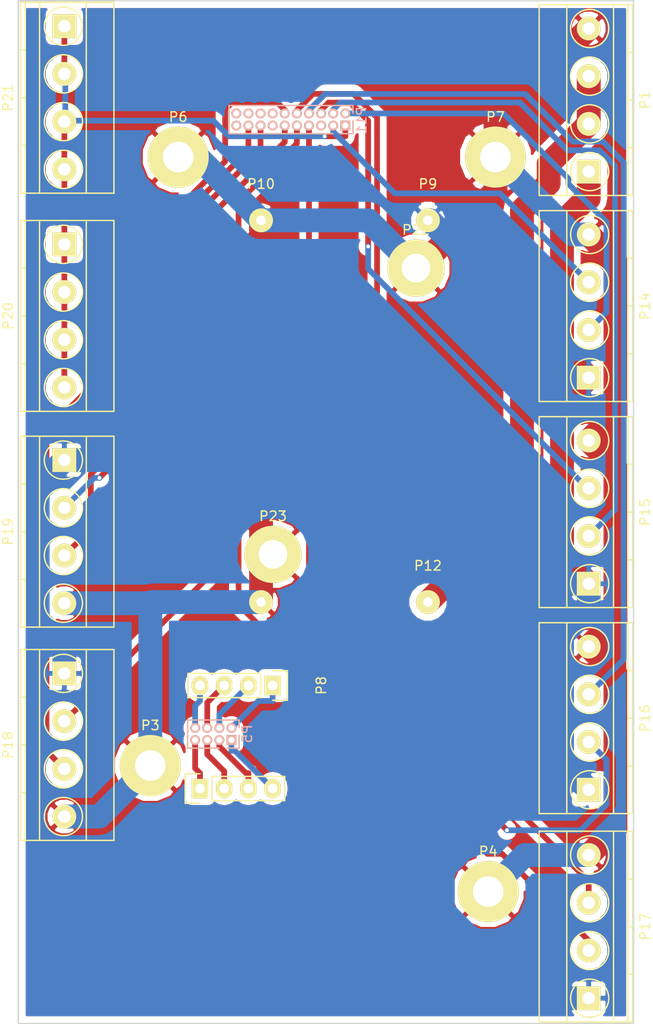
<source format=kicad_pcb>
(kicad_pcb (version 4) (host pcbnew 4.0.3+e1-6302~38~ubuntu16.04.1-stable)

  (general
    (links 59)
    (no_connects 0)
    (area 48.397 22.628999 117.438 130.533001)
    (thickness 1.6)
    (drawings 4)
    (tracks 188)
    (zones 0)
    (modules 23)
    (nets 32)
  )

  (page A4)
  (layers
    (0 F.Cu signal)
    (31 B.Cu signal)
    (32 B.Adhes user)
    (33 F.Adhes user)
    (34 B.Paste user)
    (35 F.Paste user)
    (36 B.SilkS user)
    (37 F.SilkS user)
    (38 B.Mask user)
    (39 F.Mask user)
    (40 Dwgs.User user)
    (41 Cmts.User user)
    (42 Eco1.User user)
    (43 Eco2.User user)
    (44 Edge.Cuts user)
    (45 Margin user)
    (46 B.CrtYd user)
    (47 F.CrtYd user)
    (48 B.Fab user)
    (49 F.Fab user)
  )

  (setup
    (last_trace_width 0.45)
    (trace_clearance 0.3)
    (zone_clearance 0.7)
    (zone_45_only no)
    (trace_min 0.2)
    (segment_width 0.2)
    (edge_width 0.15)
    (via_size 0.6)
    (via_drill 0.4)
    (via_min_size 0.4)
    (via_min_drill 0.3)
    (uvia_size 0.3)
    (uvia_drill 0.1)
    (uvias_allowed no)
    (uvia_min_size 0.2)
    (uvia_min_drill 0.1)
    (pcb_text_width 0.3)
    (pcb_text_size 1.5 1.5)
    (mod_edge_width 0.15)
    (mod_text_size 1 1)
    (mod_text_width 0.15)
    (pad_size 1.524 1.524)
    (pad_drill 0.762)
    (pad_to_mask_clearance 0.2)
    (aux_axis_origin 0 0)
    (visible_elements FFFFFF7F)
    (pcbplotparams
      (layerselection 0x00030_80000001)
      (usegerberextensions false)
      (excludeedgelayer true)
      (linewidth 0.100000)
      (plotframeref false)
      (viasonmask false)
      (mode 1)
      (useauxorigin false)
      (hpglpennumber 1)
      (hpglpenspeed 20)
      (hpglpendiameter 15)
      (hpglpenoverlay 2)
      (psnegative false)
      (psa4output false)
      (plotreference true)
      (plotvalue true)
      (plotinvisibletext false)
      (padsonsilk false)
      (subtractmaskfromsilk false)
      (outputformat 1)
      (mirror false)
      (drillshape 0)
      (scaleselection 1)
      (outputdirectory gerber))
  )

  (net 0 "")
  (net 1 GND)
  (net 2 +12V)
  (net 3 +24V)
  (net 4 "Net-(P2-Pad1)")
  (net 5 "Net-(P2-Pad2)")
  (net 6 "Net-(P2-Pad3)")
  (net 7 "Net-(P2-Pad4)")
  (net 8 "Net-(P5-Pad4)")
  (net 9 "Net-(P5-Pad6)")
  (net 10 "Net-(P5-Pad8)")
  (net 11 "Net-(P5-Pad2)")
  (net 12 "Net-(P11-Pad1)")
  (net 13 "Net-(P11-Pad2)")
  (net 14 "Net-(P11-Pad3)")
  (net 15 "Net-(P11-Pad4)")
  (net 16 "Net-(P11-Pad5)")
  (net 17 "Net-(P11-Pad6)")
  (net 18 "Net-(P11-Pad7)")
  (net 19 "Net-(P11-Pad8)")
  (net 20 "Net-(P11-Pad9)")
  (net 21 "Net-(P11-Pad10)")
  (net 22 "Net-(P11-Pad11)")
  (net 23 "Net-(P11-Pad12)")
  (net 24 "Net-(P11-Pad13)")
  (net 25 "Net-(P11-Pad14)")
  (net 26 "Net-(P11-Pad15)")
  (net 27 "Net-(P11-Pad16)")
  (net 28 "Net-(P11-Pad17)")
  (net 29 "Net-(P11-Pad18)")
  (net 30 "Net-(P11-Pad19)")
  (net 31 "Net-(P11-Pad20)")

  (net_class Default "This is the default net class."
    (clearance 0.3)
    (trace_width 0.45)
    (via_dia 0.6)
    (via_drill 0.4)
    (uvia_dia 0.3)
    (uvia_drill 0.1)
    (add_net "Net-(P11-Pad1)")
    (add_net "Net-(P11-Pad10)")
    (add_net "Net-(P11-Pad11)")
    (add_net "Net-(P11-Pad12)")
    (add_net "Net-(P11-Pad13)")
    (add_net "Net-(P11-Pad14)")
    (add_net "Net-(P11-Pad15)")
    (add_net "Net-(P11-Pad16)")
    (add_net "Net-(P11-Pad17)")
    (add_net "Net-(P11-Pad18)")
    (add_net "Net-(P11-Pad19)")
    (add_net "Net-(P11-Pad2)")
    (add_net "Net-(P11-Pad20)")
    (add_net "Net-(P11-Pad3)")
    (add_net "Net-(P11-Pad4)")
    (add_net "Net-(P11-Pad5)")
    (add_net "Net-(P11-Pad6)")
    (add_net "Net-(P11-Pad7)")
    (add_net "Net-(P11-Pad8)")
    (add_net "Net-(P11-Pad9)")
    (add_net "Net-(P2-Pad1)")
    (add_net "Net-(P2-Pad2)")
    (add_net "Net-(P2-Pad3)")
    (add_net "Net-(P2-Pad4)")
    (add_net "Net-(P5-Pad2)")
    (add_net "Net-(P5-Pad4)")
    (add_net "Net-(P5-Pad6)")
    (add_net "Net-(P5-Pad8)")
  )

  (net_class power ""
    (clearance 0.3)
    (trace_width 2.5)
    (via_dia 0.6)
    (via_drill 0.4)
    (uvia_dia 0.3)
    (uvia_drill 0.1)
    (add_net +12V)
    (add_net +24V)
    (add_net GND)
  )

  (module Terminal_Blocks:TerminalBlock_Pheonix_MKDS1.5-4pol (layer F.Cu) (tedit 56300847) (tstamp 57B57376)
    (at 110.363 40.894 90)
    (descr "4-way 5mm pitch terminal block, Phoenix MKDS series")
    (path /57A9DBD0)
    (fp_text reference P1 (at 7.5 5.9 90) (layer F.SilkS)
      (effects (font (size 1 1) (thickness 0.15)))
    )
    (fp_text value CONN_01X04 (at 7.5 -6.6 90) (layer F.Fab)
      (effects (font (size 1 1) (thickness 0.15)))
    )
    (fp_line (start -2.7 -5.4) (end 17.7 -5.4) (layer F.CrtYd) (width 0.05))
    (fp_line (start -2.7 4.8) (end -2.7 -5.4) (layer F.CrtYd) (width 0.05))
    (fp_line (start 17.7 4.8) (end -2.7 4.8) (layer F.CrtYd) (width 0.05))
    (fp_line (start 17.7 -5.4) (end 17.7 4.8) (layer F.CrtYd) (width 0.05))
    (fp_line (start 12.5 4.1) (end 12.5 4.6) (layer F.SilkS) (width 0.15))
    (fp_circle (center 15 0.1) (end 13 0.1) (layer F.SilkS) (width 0.15))
    (fp_circle (center 10 0.1) (end 8 0.1) (layer F.SilkS) (width 0.15))
    (fp_line (start 7.5 4.1) (end 7.5 4.6) (layer F.SilkS) (width 0.15))
    (fp_line (start 2.5 4.1) (end 2.5 4.6) (layer F.SilkS) (width 0.15))
    (fp_circle (center 5 0.1) (end 3 0.1) (layer F.SilkS) (width 0.15))
    (fp_circle (center 0 0.1) (end 2 0.1) (layer F.SilkS) (width 0.15))
    (fp_line (start -2.5 2.6) (end 17.5 2.6) (layer F.SilkS) (width 0.15))
    (fp_line (start -2.5 -2.3) (end 17.5 -2.3) (layer F.SilkS) (width 0.15))
    (fp_line (start -2.5 4.1) (end 17.5 4.1) (layer F.SilkS) (width 0.15))
    (fp_line (start -2.5 4.6) (end 17.5 4.6) (layer F.SilkS) (width 0.15))
    (fp_line (start 17.5 4.6) (end 17.5 -5.2) (layer F.SilkS) (width 0.15))
    (fp_line (start 17.5 -5.2) (end -2.5 -5.2) (layer F.SilkS) (width 0.15))
    (fp_line (start -2.5 -5.2) (end -2.5 4.6) (layer F.SilkS) (width 0.15))
    (pad 4 thru_hole circle (at 15 0 90) (size 2.5 2.5) (drill 1.3) (layers *.Cu *.Mask F.SilkS)
      (net 1 GND))
    (pad 3 thru_hole circle (at 10 0 90) (size 2.5 2.5) (drill 1.3) (layers *.Cu *.Mask F.SilkS)
      (net 2 +12V))
    (pad 1 thru_hole rect (at 0 0 90) (size 2.5 2.5) (drill 1.3) (layers *.Cu *.Mask F.SilkS)
      (net 3 +24V))
    (pad 2 thru_hole circle (at 5 0 90) (size 2.5 2.5) (drill 1.3) (layers *.Cu *.Mask F.SilkS)
      (net 2 +12V))
    (model Terminal_Blocks.3dshapes/TerminalBlock_Pheonix_MKDS1.5-4pol.wrl
      (at (xyz 0.2953 0 0))
      (scale (xyz 1 1 1))
      (rotate (xyz 0 0 0))
    )
  )

  (module Pin_Headers:Pin_Header_Straight_1x04 (layer F.Cu) (tedit 0) (tstamp 57B5737E)
    (at 69.596 105.537 90)
    (descr "Through hole pin header")
    (tags "pin header")
    (path /57AC86E9)
    (fp_text reference P2 (at 0 -5.1 90) (layer F.SilkS)
      (effects (font (size 1 1) (thickness 0.15)))
    )
    (fp_text value CONN_01X04 (at 0 -3.1 90) (layer F.Fab)
      (effects (font (size 1 1) (thickness 0.15)))
    )
    (fp_line (start -1.75 -1.75) (end -1.75 9.4) (layer F.CrtYd) (width 0.05))
    (fp_line (start 1.75 -1.75) (end 1.75 9.4) (layer F.CrtYd) (width 0.05))
    (fp_line (start -1.75 -1.75) (end 1.75 -1.75) (layer F.CrtYd) (width 0.05))
    (fp_line (start -1.75 9.4) (end 1.75 9.4) (layer F.CrtYd) (width 0.05))
    (fp_line (start -1.27 1.27) (end -1.27 8.89) (layer F.SilkS) (width 0.15))
    (fp_line (start 1.27 1.27) (end 1.27 8.89) (layer F.SilkS) (width 0.15))
    (fp_line (start 1.55 -1.55) (end 1.55 0) (layer F.SilkS) (width 0.15))
    (fp_line (start -1.27 8.89) (end 1.27 8.89) (layer F.SilkS) (width 0.15))
    (fp_line (start 1.27 1.27) (end -1.27 1.27) (layer F.SilkS) (width 0.15))
    (fp_line (start -1.55 0) (end -1.55 -1.55) (layer F.SilkS) (width 0.15))
    (fp_line (start -1.55 -1.55) (end 1.55 -1.55) (layer F.SilkS) (width 0.15))
    (pad 1 thru_hole rect (at 0 0 90) (size 2.032 1.7272) (drill 1.016) (layers *.Cu *.Mask F.SilkS)
      (net 4 "Net-(P2-Pad1)"))
    (pad 2 thru_hole oval (at 0 2.54 90) (size 2.032 1.7272) (drill 1.016) (layers *.Cu *.Mask F.SilkS)
      (net 5 "Net-(P2-Pad2)"))
    (pad 3 thru_hole oval (at 0 5.08 90) (size 2.032 1.7272) (drill 1.016) (layers *.Cu *.Mask F.SilkS)
      (net 6 "Net-(P2-Pad3)"))
    (pad 4 thru_hole oval (at 0 7.62 90) (size 2.032 1.7272) (drill 1.016) (layers *.Cu *.Mask F.SilkS)
      (net 7 "Net-(P2-Pad4)"))
    (model Pin_Headers.3dshapes/Pin_Header_Straight_1x04.wrl
      (at (xyz 0 -0.15 0))
      (scale (xyz 1 1 1))
      (rotate (xyz 0 0 90))
    )
  )

  (module Pin_Headers:Pin_Header_Straight_2x04_Pitch1.27mm (layer B.Cu) (tedit 555E01CC) (tstamp 57B573A4)
    (at 72.898 100.457 90)
    (descr "Through hole pin header, pitch 1.27mm")
    (tags "pin header")
    (path /57AC6BA0)
    (fp_text reference P5 (at 0.65 1.65 90) (layer B.SilkS)
      (effects (font (size 1 1) (thickness 0.15)) (justify mirror))
    )
    (fp_text value CONN_02X04 (at 0 -5.6 90) (layer B.Fab)
      (effects (font (size 1 1) (thickness 0.15)) (justify mirror))
    )
    (fp_line (start 2.1 0.8) (end 1.3 0.8) (layer B.SilkS) (width 0.15))
    (fp_line (start 2.1 -4.6) (end 2.1 0.8) (layer B.SilkS) (width 0.15))
    (fp_line (start 2.1 -4.6) (end -0.85 -4.6) (layer B.SilkS) (width 0.15))
    (fp_line (start -1.1 1.05) (end -1.1 -4.85) (layer B.CrtYd) (width 0.05))
    (fp_line (start 2.35 1.05) (end 2.35 -4.85) (layer B.CrtYd) (width 0.05))
    (fp_line (start -1.1 1.05) (end 2.35 1.05) (layer B.CrtYd) (width 0.05))
    (fp_line (start -1.1 -4.85) (end 2.35 -4.85) (layer B.CrtYd) (width 0.05))
    (fp_line (start -0.85 -4.6) (end -0.85 -1.3) (layer B.SilkS) (width 0.15))
    (fp_line (start 0.5 0.8) (end -0.85 0.8) (layer B.SilkS) (width 0.15))
    (fp_line (start -0.85 0.8) (end -0.85 -0.5) (layer B.SilkS) (width 0.15))
    (pad 1 thru_hole rect (at 0 0 90) (size 1.05 1.05) (drill 0.65) (layers *.Cu *.Mask B.SilkS)
      (net 7 "Net-(P2-Pad4)"))
    (pad 3 thru_hole circle (at 0 -1.27 90) (size 1.05 1.05) (drill 0.65) (layers *.Cu *.Mask B.SilkS)
      (net 6 "Net-(P2-Pad3)"))
    (pad 5 thru_hole circle (at 0 -2.54 90) (size 1.05 1.05) (drill 0.65) (layers *.Cu *.Mask B.SilkS)
      (net 5 "Net-(P2-Pad2)"))
    (pad 7 thru_hole circle (at 0 -3.81 90) (size 1.05 1.05) (drill 0.65) (layers *.Cu *.Mask B.SilkS)
      (net 4 "Net-(P2-Pad1)"))
    (pad 4 thru_hole circle (at 1.27 -1.27 90) (size 1.05 1.05) (drill 0.65) (layers *.Cu *.Mask B.SilkS)
      (net 8 "Net-(P5-Pad4)"))
    (pad 6 thru_hole circle (at 1.27 -2.54 90) (size 1.05 1.05) (drill 0.65) (layers *.Cu *.Mask B.SilkS)
      (net 9 "Net-(P5-Pad6)"))
    (pad 8 thru_hole circle (at 1.27 -3.81 90) (size 1.05 1.05) (drill 0.65) (layers *.Cu *.Mask B.SilkS)
      (net 10 "Net-(P5-Pad8)"))
    (pad 2 thru_hole circle (at 1.27 0 90) (size 1.05 1.05) (drill 0.65) (layers *.Cu *.Mask B.SilkS)
      (net 11 "Net-(P5-Pad2)"))
  )

  (module Pin_Headers:Pin_Header_Straight_1x04 (layer F.Cu) (tedit 0) (tstamp 57B573C6)
    (at 77.216 94.742 270)
    (descr "Through hole pin header")
    (tags "pin header")
    (path /57AC8608)
    (fp_text reference P8 (at 0 -5.1 270) (layer F.SilkS)
      (effects (font (size 1 1) (thickness 0.15)))
    )
    (fp_text value CONN_01X04 (at 0 -3.1 270) (layer F.Fab)
      (effects (font (size 1 1) (thickness 0.15)))
    )
    (fp_line (start -1.75 -1.75) (end -1.75 9.4) (layer F.CrtYd) (width 0.05))
    (fp_line (start 1.75 -1.75) (end 1.75 9.4) (layer F.CrtYd) (width 0.05))
    (fp_line (start -1.75 -1.75) (end 1.75 -1.75) (layer F.CrtYd) (width 0.05))
    (fp_line (start -1.75 9.4) (end 1.75 9.4) (layer F.CrtYd) (width 0.05))
    (fp_line (start -1.27 1.27) (end -1.27 8.89) (layer F.SilkS) (width 0.15))
    (fp_line (start 1.27 1.27) (end 1.27 8.89) (layer F.SilkS) (width 0.15))
    (fp_line (start 1.55 -1.55) (end 1.55 0) (layer F.SilkS) (width 0.15))
    (fp_line (start -1.27 8.89) (end 1.27 8.89) (layer F.SilkS) (width 0.15))
    (fp_line (start 1.27 1.27) (end -1.27 1.27) (layer F.SilkS) (width 0.15))
    (fp_line (start -1.55 0) (end -1.55 -1.55) (layer F.SilkS) (width 0.15))
    (fp_line (start -1.55 -1.55) (end 1.55 -1.55) (layer F.SilkS) (width 0.15))
    (pad 1 thru_hole rect (at 0 0 270) (size 2.032 1.7272) (drill 1.016) (layers *.Cu *.Mask F.SilkS)
      (net 11 "Net-(P5-Pad2)"))
    (pad 2 thru_hole oval (at 0 2.54 270) (size 2.032 1.7272) (drill 1.016) (layers *.Cu *.Mask F.SilkS)
      (net 8 "Net-(P5-Pad4)"))
    (pad 3 thru_hole oval (at 0 5.08 270) (size 2.032 1.7272) (drill 1.016) (layers *.Cu *.Mask F.SilkS)
      (net 9 "Net-(P5-Pad6)"))
    (pad 4 thru_hole oval (at 0 7.62 270) (size 2.032 1.7272) (drill 1.016) (layers *.Cu *.Mask F.SilkS)
      (net 10 "Net-(P5-Pad8)"))
    (model Pin_Headers.3dshapes/Pin_Header_Straight_1x04.wrl
      (at (xyz 0 -0.15 0))
      (scale (xyz 1 1 1))
      (rotate (xyz 0 0 90))
    )
  )

  (module Wire_Pads:SolderWirePad_single_1mmDrill (layer F.Cu) (tedit 0) (tstamp 57B573CB)
    (at 93.5 46)
    (path /57AC8C2B)
    (fp_text reference P9 (at 0 -3.81) (layer F.SilkS)
      (effects (font (size 1 1) (thickness 0.15)))
    )
    (fp_text value CONN_01X01 (at -1.905 3.175) (layer F.Fab)
      (effects (font (size 1 1) (thickness 0.15)))
    )
    (pad 1 thru_hole circle (at 0 0) (size 2.49936 2.49936) (drill 1.00076) (layers *.Cu *.Mask F.SilkS)
      (net 3 +24V))
  )

  (module Wire_Pads:SolderWirePad_single_1mmDrill (layer F.Cu) (tedit 0) (tstamp 57B573D0)
    (at 76 46)
    (path /57AC8C74)
    (fp_text reference P10 (at 0 -3.81) (layer F.SilkS)
      (effects (font (size 1 1) (thickness 0.15)))
    )
    (fp_text value CONN_01X01 (at -1.905 3.175) (layer F.Fab)
      (effects (font (size 1 1) (thickness 0.15)))
    )
    (pad 1 thru_hole circle (at 0 0) (size 2.49936 2.49936) (drill 1.00076) (layers *.Cu *.Mask F.SilkS)
      (net 1 GND))
  )

  (module Wire_Pads:SolderWirePad_single_1mmDrill (layer F.Cu) (tedit 0) (tstamp 57B573ED)
    (at 93.5 86)
    (path /57AC8B85)
    (fp_text reference P12 (at 0 -3.81) (layer F.SilkS)
      (effects (font (size 1 1) (thickness 0.15)))
    )
    (fp_text value CONN_01X01 (at -1.905 3.175) (layer F.Fab)
      (effects (font (size 1 1) (thickness 0.15)))
    )
    (pad 1 thru_hole circle (at 0 0) (size 2.49936 2.49936) (drill 1.00076) (layers *.Cu *.Mask F.SilkS)
      (net 2 +12V))
  )

  (module Wire_Pads:SolderWirePad_single_1mmDrill (layer F.Cu) (tedit 0) (tstamp 57B573F2)
    (at 76 86)
    (path /57AC8BEC)
    (fp_text reference P13 (at 0 -3.81) (layer F.SilkS)
      (effects (font (size 1 1) (thickness 0.15)))
    )
    (fp_text value CONN_01X01 (at -1.905 3.175) (layer F.Fab)
      (effects (font (size 1 1) (thickness 0.15)))
    )
    (pad 1 thru_hole circle (at 0 0) (size 2.49936 2.49936) (drill 1.00076) (layers *.Cu *.Mask F.SilkS)
      (net 1 GND))
  )

  (module Terminal_Blocks:TerminalBlock_Pheonix_MKDS1.5-4pol (layer F.Cu) (tedit 56300847) (tstamp 57B573FA)
    (at 110.363 62.484 90)
    (descr "4-way 5mm pitch terminal block, Phoenix MKDS series")
    (path /57A9D3AA)
    (fp_text reference P14 (at 7.5 5.9 90) (layer F.SilkS)
      (effects (font (size 1 1) (thickness 0.15)))
    )
    (fp_text value CONN_01X04 (at 7.5 -6.6 90) (layer F.Fab)
      (effects (font (size 1 1) (thickness 0.15)))
    )
    (fp_line (start -2.7 -5.4) (end 17.7 -5.4) (layer F.CrtYd) (width 0.05))
    (fp_line (start -2.7 4.8) (end -2.7 -5.4) (layer F.CrtYd) (width 0.05))
    (fp_line (start 17.7 4.8) (end -2.7 4.8) (layer F.CrtYd) (width 0.05))
    (fp_line (start 17.7 -5.4) (end 17.7 4.8) (layer F.CrtYd) (width 0.05))
    (fp_line (start 12.5 4.1) (end 12.5 4.6) (layer F.SilkS) (width 0.15))
    (fp_circle (center 15 0.1) (end 13 0.1) (layer F.SilkS) (width 0.15))
    (fp_circle (center 10 0.1) (end 8 0.1) (layer F.SilkS) (width 0.15))
    (fp_line (start 7.5 4.1) (end 7.5 4.6) (layer F.SilkS) (width 0.15))
    (fp_line (start 2.5 4.1) (end 2.5 4.6) (layer F.SilkS) (width 0.15))
    (fp_circle (center 5 0.1) (end 3 0.1) (layer F.SilkS) (width 0.15))
    (fp_circle (center 0 0.1) (end 2 0.1) (layer F.SilkS) (width 0.15))
    (fp_line (start -2.5 2.6) (end 17.5 2.6) (layer F.SilkS) (width 0.15))
    (fp_line (start -2.5 -2.3) (end 17.5 -2.3) (layer F.SilkS) (width 0.15))
    (fp_line (start -2.5 4.1) (end 17.5 4.1) (layer F.SilkS) (width 0.15))
    (fp_line (start -2.5 4.6) (end 17.5 4.6) (layer F.SilkS) (width 0.15))
    (fp_line (start 17.5 4.6) (end 17.5 -5.2) (layer F.SilkS) (width 0.15))
    (fp_line (start 17.5 -5.2) (end -2.5 -5.2) (layer F.SilkS) (width 0.15))
    (fp_line (start -2.5 -5.2) (end -2.5 4.6) (layer F.SilkS) (width 0.15))
    (pad 4 thru_hole circle (at 15 0 90) (size 2.5 2.5) (drill 1.3) (layers *.Cu *.Mask F.SilkS)
      (net 1 GND))
    (pad 3 thru_hole circle (at 10 0 90) (size 2.5 2.5) (drill 1.3) (layers *.Cu *.Mask F.SilkS)
      (net 14 "Net-(P11-Pad3)"))
    (pad 1 thru_hole rect (at 0 0 90) (size 2.5 2.5) (drill 1.3) (layers *.Cu *.Mask F.SilkS)
      (net 3 +24V))
    (pad 2 thru_hole circle (at 5 0 90) (size 2.5 2.5) (drill 1.3) (layers *.Cu *.Mask F.SilkS)
      (net 13 "Net-(P11-Pad2)"))
    (model Terminal_Blocks.3dshapes/TerminalBlock_Pheonix_MKDS1.5-4pol.wrl
      (at (xyz 0.2953 0 0))
      (scale (xyz 1 1 1))
      (rotate (xyz 0 0 0))
    )
  )

  (module Terminal_Blocks:TerminalBlock_Pheonix_MKDS1.5-4pol (layer F.Cu) (tedit 56300847) (tstamp 57B57402)
    (at 110.363 84.074 90)
    (descr "4-way 5mm pitch terminal block, Phoenix MKDS series")
    (path /57A9D509)
    (fp_text reference P15 (at 7.5 5.9 90) (layer F.SilkS)
      (effects (font (size 1 1) (thickness 0.15)))
    )
    (fp_text value CONN_01X04 (at 7.5 -6.6 90) (layer F.Fab)
      (effects (font (size 1 1) (thickness 0.15)))
    )
    (fp_line (start -2.7 -5.4) (end 17.7 -5.4) (layer F.CrtYd) (width 0.05))
    (fp_line (start -2.7 4.8) (end -2.7 -5.4) (layer F.CrtYd) (width 0.05))
    (fp_line (start 17.7 4.8) (end -2.7 4.8) (layer F.CrtYd) (width 0.05))
    (fp_line (start 17.7 -5.4) (end 17.7 4.8) (layer F.CrtYd) (width 0.05))
    (fp_line (start 12.5 4.1) (end 12.5 4.6) (layer F.SilkS) (width 0.15))
    (fp_circle (center 15 0.1) (end 13 0.1) (layer F.SilkS) (width 0.15))
    (fp_circle (center 10 0.1) (end 8 0.1) (layer F.SilkS) (width 0.15))
    (fp_line (start 7.5 4.1) (end 7.5 4.6) (layer F.SilkS) (width 0.15))
    (fp_line (start 2.5 4.1) (end 2.5 4.6) (layer F.SilkS) (width 0.15))
    (fp_circle (center 5 0.1) (end 3 0.1) (layer F.SilkS) (width 0.15))
    (fp_circle (center 0 0.1) (end 2 0.1) (layer F.SilkS) (width 0.15))
    (fp_line (start -2.5 2.6) (end 17.5 2.6) (layer F.SilkS) (width 0.15))
    (fp_line (start -2.5 -2.3) (end 17.5 -2.3) (layer F.SilkS) (width 0.15))
    (fp_line (start -2.5 4.1) (end 17.5 4.1) (layer F.SilkS) (width 0.15))
    (fp_line (start -2.5 4.6) (end 17.5 4.6) (layer F.SilkS) (width 0.15))
    (fp_line (start 17.5 4.6) (end 17.5 -5.2) (layer F.SilkS) (width 0.15))
    (fp_line (start 17.5 -5.2) (end -2.5 -5.2) (layer F.SilkS) (width 0.15))
    (fp_line (start -2.5 -5.2) (end -2.5 4.6) (layer F.SilkS) (width 0.15))
    (pad 4 thru_hole circle (at 15 0 90) (size 2.5 2.5) (drill 1.3) (layers *.Cu *.Mask F.SilkS)
      (net 1 GND))
    (pad 3 thru_hole circle (at 10 0 90) (size 2.5 2.5) (drill 1.3) (layers *.Cu *.Mask F.SilkS)
      (net 17 "Net-(P11-Pad6)"))
    (pad 1 thru_hole rect (at 0 0 90) (size 2.5 2.5) (drill 1.3) (layers *.Cu *.Mask F.SilkS)
      (net 3 +24V))
    (pad 2 thru_hole circle (at 5 0 90) (size 2.5 2.5) (drill 1.3) (layers *.Cu *.Mask F.SilkS)
      (net 15 "Net-(P11-Pad4)"))
    (model Terminal_Blocks.3dshapes/TerminalBlock_Pheonix_MKDS1.5-4pol.wrl
      (at (xyz 0.2953 0 0))
      (scale (xyz 1 1 1))
      (rotate (xyz 0 0 0))
    )
  )

  (module Terminal_Blocks:TerminalBlock_Pheonix_MKDS1.5-4pol (layer F.Cu) (tedit 56300847) (tstamp 57B5740A)
    (at 110.363 105.664 90)
    (descr "4-way 5mm pitch terminal block, Phoenix MKDS series")
    (path /57A9D572)
    (fp_text reference P16 (at 7.5 5.9 90) (layer F.SilkS)
      (effects (font (size 1 1) (thickness 0.15)))
    )
    (fp_text value CONN_01X04 (at 7.5 -6.6 90) (layer F.Fab)
      (effects (font (size 1 1) (thickness 0.15)))
    )
    (fp_line (start -2.7 -5.4) (end 17.7 -5.4) (layer F.CrtYd) (width 0.05))
    (fp_line (start -2.7 4.8) (end -2.7 -5.4) (layer F.CrtYd) (width 0.05))
    (fp_line (start 17.7 4.8) (end -2.7 4.8) (layer F.CrtYd) (width 0.05))
    (fp_line (start 17.7 -5.4) (end 17.7 4.8) (layer F.CrtYd) (width 0.05))
    (fp_line (start 12.5 4.1) (end 12.5 4.6) (layer F.SilkS) (width 0.15))
    (fp_circle (center 15 0.1) (end 13 0.1) (layer F.SilkS) (width 0.15))
    (fp_circle (center 10 0.1) (end 8 0.1) (layer F.SilkS) (width 0.15))
    (fp_line (start 7.5 4.1) (end 7.5 4.6) (layer F.SilkS) (width 0.15))
    (fp_line (start 2.5 4.1) (end 2.5 4.6) (layer F.SilkS) (width 0.15))
    (fp_circle (center 5 0.1) (end 3 0.1) (layer F.SilkS) (width 0.15))
    (fp_circle (center 0 0.1) (end 2 0.1) (layer F.SilkS) (width 0.15))
    (fp_line (start -2.5 2.6) (end 17.5 2.6) (layer F.SilkS) (width 0.15))
    (fp_line (start -2.5 -2.3) (end 17.5 -2.3) (layer F.SilkS) (width 0.15))
    (fp_line (start -2.5 4.1) (end 17.5 4.1) (layer F.SilkS) (width 0.15))
    (fp_line (start -2.5 4.6) (end 17.5 4.6) (layer F.SilkS) (width 0.15))
    (fp_line (start 17.5 4.6) (end 17.5 -5.2) (layer F.SilkS) (width 0.15))
    (fp_line (start 17.5 -5.2) (end -2.5 -5.2) (layer F.SilkS) (width 0.15))
    (fp_line (start -2.5 -5.2) (end -2.5 4.6) (layer F.SilkS) (width 0.15))
    (pad 4 thru_hole circle (at 15 0 90) (size 2.5 2.5) (drill 1.3) (layers *.Cu *.Mask F.SilkS)
      (net 1 GND))
    (pad 3 thru_hole circle (at 10 0 90) (size 2.5 2.5) (drill 1.3) (layers *.Cu *.Mask F.SilkS)
      (net 19 "Net-(P11-Pad8)"))
    (pad 1 thru_hole rect (at 0 0 90) (size 2.5 2.5) (drill 1.3) (layers *.Cu *.Mask F.SilkS)
      (net 3 +24V))
    (pad 2 thru_hole circle (at 5 0 90) (size 2.5 2.5) (drill 1.3) (layers *.Cu *.Mask F.SilkS)
      (net 18 "Net-(P11-Pad7)"))
    (model Terminal_Blocks.3dshapes/TerminalBlock_Pheonix_MKDS1.5-4pol.wrl
      (at (xyz 0.2953 0 0))
      (scale (xyz 1 1 1))
      (rotate (xyz 0 0 0))
    )
  )

  (module Terminal_Blocks:TerminalBlock_Pheonix_MKDS1.5-4pol (layer F.Cu) (tedit 56300847) (tstamp 57B57412)
    (at 110.363 127.508 90)
    (descr "4-way 5mm pitch terminal block, Phoenix MKDS series")
    (path /57A9D5A5)
    (fp_text reference P17 (at 7.5 5.9 90) (layer F.SilkS)
      (effects (font (size 1 1) (thickness 0.15)))
    )
    (fp_text value CONN_01X04 (at 7.5 -6.6 90) (layer F.Fab)
      (effects (font (size 1 1) (thickness 0.15)))
    )
    (fp_line (start -2.7 -5.4) (end 17.7 -5.4) (layer F.CrtYd) (width 0.05))
    (fp_line (start -2.7 4.8) (end -2.7 -5.4) (layer F.CrtYd) (width 0.05))
    (fp_line (start 17.7 4.8) (end -2.7 4.8) (layer F.CrtYd) (width 0.05))
    (fp_line (start 17.7 -5.4) (end 17.7 4.8) (layer F.CrtYd) (width 0.05))
    (fp_line (start 12.5 4.1) (end 12.5 4.6) (layer F.SilkS) (width 0.15))
    (fp_circle (center 15 0.1) (end 13 0.1) (layer F.SilkS) (width 0.15))
    (fp_circle (center 10 0.1) (end 8 0.1) (layer F.SilkS) (width 0.15))
    (fp_line (start 7.5 4.1) (end 7.5 4.6) (layer F.SilkS) (width 0.15))
    (fp_line (start 2.5 4.1) (end 2.5 4.6) (layer F.SilkS) (width 0.15))
    (fp_circle (center 5 0.1) (end 3 0.1) (layer F.SilkS) (width 0.15))
    (fp_circle (center 0 0.1) (end 2 0.1) (layer F.SilkS) (width 0.15))
    (fp_line (start -2.5 2.6) (end 17.5 2.6) (layer F.SilkS) (width 0.15))
    (fp_line (start -2.5 -2.3) (end 17.5 -2.3) (layer F.SilkS) (width 0.15))
    (fp_line (start -2.5 4.1) (end 17.5 4.1) (layer F.SilkS) (width 0.15))
    (fp_line (start -2.5 4.6) (end 17.5 4.6) (layer F.SilkS) (width 0.15))
    (fp_line (start 17.5 4.6) (end 17.5 -5.2) (layer F.SilkS) (width 0.15))
    (fp_line (start 17.5 -5.2) (end -2.5 -5.2) (layer F.SilkS) (width 0.15))
    (fp_line (start -2.5 -5.2) (end -2.5 4.6) (layer F.SilkS) (width 0.15))
    (pad 4 thru_hole circle (at 15 0 90) (size 2.5 2.5) (drill 1.3) (layers *.Cu *.Mask F.SilkS)
      (net 1 GND))
    (pad 3 thru_hole circle (at 10 0 90) (size 2.5 2.5) (drill 1.3) (layers *.Cu *.Mask F.SilkS)
      (net 21 "Net-(P11-Pad10)"))
    (pad 1 thru_hole rect (at 0 0 90) (size 2.5 2.5) (drill 1.3) (layers *.Cu *.Mask F.SilkS)
      (net 3 +24V))
    (pad 2 thru_hole circle (at 5 0 90) (size 2.5 2.5) (drill 1.3) (layers *.Cu *.Mask F.SilkS)
      (net 20 "Net-(P11-Pad9)"))
    (model Terminal_Blocks.3dshapes/TerminalBlock_Pheonix_MKDS1.5-4pol.wrl
      (at (xyz 0.2953 0 0))
      (scale (xyz 1 1 1))
      (rotate (xyz 0 0 0))
    )
  )

  (module Terminal_Blocks:TerminalBlock_Pheonix_MKDS1.5-4pol (layer F.Cu) (tedit 56300847) (tstamp 57B5741A)
    (at 55.372 93.472 270)
    (descr "4-way 5mm pitch terminal block, Phoenix MKDS series")
    (path /57A9D5D0)
    (fp_text reference P18 (at 7.5 5.9 270) (layer F.SilkS)
      (effects (font (size 1 1) (thickness 0.15)))
    )
    (fp_text value CONN_01X04 (at 7.5 -6.6 270) (layer F.Fab)
      (effects (font (size 1 1) (thickness 0.15)))
    )
    (fp_line (start -2.7 -5.4) (end 17.7 -5.4) (layer F.CrtYd) (width 0.05))
    (fp_line (start -2.7 4.8) (end -2.7 -5.4) (layer F.CrtYd) (width 0.05))
    (fp_line (start 17.7 4.8) (end -2.7 4.8) (layer F.CrtYd) (width 0.05))
    (fp_line (start 17.7 -5.4) (end 17.7 4.8) (layer F.CrtYd) (width 0.05))
    (fp_line (start 12.5 4.1) (end 12.5 4.6) (layer F.SilkS) (width 0.15))
    (fp_circle (center 15 0.1) (end 13 0.1) (layer F.SilkS) (width 0.15))
    (fp_circle (center 10 0.1) (end 8 0.1) (layer F.SilkS) (width 0.15))
    (fp_line (start 7.5 4.1) (end 7.5 4.6) (layer F.SilkS) (width 0.15))
    (fp_line (start 2.5 4.1) (end 2.5 4.6) (layer F.SilkS) (width 0.15))
    (fp_circle (center 5 0.1) (end 3 0.1) (layer F.SilkS) (width 0.15))
    (fp_circle (center 0 0.1) (end 2 0.1) (layer F.SilkS) (width 0.15))
    (fp_line (start -2.5 2.6) (end 17.5 2.6) (layer F.SilkS) (width 0.15))
    (fp_line (start -2.5 -2.3) (end 17.5 -2.3) (layer F.SilkS) (width 0.15))
    (fp_line (start -2.5 4.1) (end 17.5 4.1) (layer F.SilkS) (width 0.15))
    (fp_line (start -2.5 4.6) (end 17.5 4.6) (layer F.SilkS) (width 0.15))
    (fp_line (start 17.5 4.6) (end 17.5 -5.2) (layer F.SilkS) (width 0.15))
    (fp_line (start 17.5 -5.2) (end -2.5 -5.2) (layer F.SilkS) (width 0.15))
    (fp_line (start -2.5 -5.2) (end -2.5 4.6) (layer F.SilkS) (width 0.15))
    (pad 4 thru_hole circle (at 15 0 270) (size 2.5 2.5) (drill 1.3) (layers *.Cu *.Mask F.SilkS)
      (net 1 GND))
    (pad 3 thru_hole circle (at 10 0 270) (size 2.5 2.5) (drill 1.3) (layers *.Cu *.Mask F.SilkS)
      (net 23 "Net-(P11-Pad12)"))
    (pad 1 thru_hole rect (at 0 0 270) (size 2.5 2.5) (drill 1.3) (layers *.Cu *.Mask F.SilkS)
      (net 3 +24V))
    (pad 2 thru_hole circle (at 5 0 270) (size 2.5 2.5) (drill 1.3) (layers *.Cu *.Mask F.SilkS)
      (net 22 "Net-(P11-Pad11)"))
    (model Terminal_Blocks.3dshapes/TerminalBlock_Pheonix_MKDS1.5-4pol.wrl
      (at (xyz 0.2953 0 0))
      (scale (xyz 1 1 1))
      (rotate (xyz 0 0 0))
    )
  )

  (module Terminal_Blocks:TerminalBlock_Pheonix_MKDS1.5-4pol (layer F.Cu) (tedit 56300847) (tstamp 57B57422)
    (at 55.372 71.12 270)
    (descr "4-way 5mm pitch terminal block, Phoenix MKDS series")
    (path /57A9D60D)
    (fp_text reference P19 (at 7.5 5.9 270) (layer F.SilkS)
      (effects (font (size 1 1) (thickness 0.15)))
    )
    (fp_text value CONN_01X04 (at 7.5 -6.6 270) (layer F.Fab)
      (effects (font (size 1 1) (thickness 0.15)))
    )
    (fp_line (start -2.7 -5.4) (end 17.7 -5.4) (layer F.CrtYd) (width 0.05))
    (fp_line (start -2.7 4.8) (end -2.7 -5.4) (layer F.CrtYd) (width 0.05))
    (fp_line (start 17.7 4.8) (end -2.7 4.8) (layer F.CrtYd) (width 0.05))
    (fp_line (start 17.7 -5.4) (end 17.7 4.8) (layer F.CrtYd) (width 0.05))
    (fp_line (start 12.5 4.1) (end 12.5 4.6) (layer F.SilkS) (width 0.15))
    (fp_circle (center 15 0.1) (end 13 0.1) (layer F.SilkS) (width 0.15))
    (fp_circle (center 10 0.1) (end 8 0.1) (layer F.SilkS) (width 0.15))
    (fp_line (start 7.5 4.1) (end 7.5 4.6) (layer F.SilkS) (width 0.15))
    (fp_line (start 2.5 4.1) (end 2.5 4.6) (layer F.SilkS) (width 0.15))
    (fp_circle (center 5 0.1) (end 3 0.1) (layer F.SilkS) (width 0.15))
    (fp_circle (center 0 0.1) (end 2 0.1) (layer F.SilkS) (width 0.15))
    (fp_line (start -2.5 2.6) (end 17.5 2.6) (layer F.SilkS) (width 0.15))
    (fp_line (start -2.5 -2.3) (end 17.5 -2.3) (layer F.SilkS) (width 0.15))
    (fp_line (start -2.5 4.1) (end 17.5 4.1) (layer F.SilkS) (width 0.15))
    (fp_line (start -2.5 4.6) (end 17.5 4.6) (layer F.SilkS) (width 0.15))
    (fp_line (start 17.5 4.6) (end 17.5 -5.2) (layer F.SilkS) (width 0.15))
    (fp_line (start 17.5 -5.2) (end -2.5 -5.2) (layer F.SilkS) (width 0.15))
    (fp_line (start -2.5 -5.2) (end -2.5 4.6) (layer F.SilkS) (width 0.15))
    (pad 4 thru_hole circle (at 15 0 270) (size 2.5 2.5) (drill 1.3) (layers *.Cu *.Mask F.SilkS)
      (net 1 GND))
    (pad 3 thru_hole circle (at 10 0 270) (size 2.5 2.5) (drill 1.3) (layers *.Cu *.Mask F.SilkS)
      (net 28 "Net-(P11-Pad17)"))
    (pad 1 thru_hole rect (at 0 0 270) (size 2.5 2.5) (drill 1.3) (layers *.Cu *.Mask F.SilkS)
      (net 3 +24V))
    (pad 2 thru_hole circle (at 5 0 270) (size 2.5 2.5) (drill 1.3) (layers *.Cu *.Mask F.SilkS)
      (net 26 "Net-(P11-Pad15)"))
    (model Terminal_Blocks.3dshapes/TerminalBlock_Pheonix_MKDS1.5-4pol.wrl
      (at (xyz 0.2953 0 0))
      (scale (xyz 1 1 1))
      (rotate (xyz 0 0 0))
    )
  )

  (module Terminal_Blocks:TerminalBlock_Pheonix_MKDS1.5-4pol (layer F.Cu) (tedit 56300847) (tstamp 57B5742A)
    (at 55.372 48.514 270)
    (descr "4-way 5mm pitch terminal block, Phoenix MKDS series")
    (path /57A9DCD0)
    (fp_text reference P20 (at 7.5 5.9 270) (layer F.SilkS)
      (effects (font (size 1 1) (thickness 0.15)))
    )
    (fp_text value CONN_01X04 (at 7.5 -6.6 270) (layer F.Fab)
      (effects (font (size 1 1) (thickness 0.15)))
    )
    (fp_line (start -2.7 -5.4) (end 17.7 -5.4) (layer F.CrtYd) (width 0.05))
    (fp_line (start -2.7 4.8) (end -2.7 -5.4) (layer F.CrtYd) (width 0.05))
    (fp_line (start 17.7 4.8) (end -2.7 4.8) (layer F.CrtYd) (width 0.05))
    (fp_line (start 17.7 -5.4) (end 17.7 4.8) (layer F.CrtYd) (width 0.05))
    (fp_line (start 12.5 4.1) (end 12.5 4.6) (layer F.SilkS) (width 0.15))
    (fp_circle (center 15 0.1) (end 13 0.1) (layer F.SilkS) (width 0.15))
    (fp_circle (center 10 0.1) (end 8 0.1) (layer F.SilkS) (width 0.15))
    (fp_line (start 7.5 4.1) (end 7.5 4.6) (layer F.SilkS) (width 0.15))
    (fp_line (start 2.5 4.1) (end 2.5 4.6) (layer F.SilkS) (width 0.15))
    (fp_circle (center 5 0.1) (end 3 0.1) (layer F.SilkS) (width 0.15))
    (fp_circle (center 0 0.1) (end 2 0.1) (layer F.SilkS) (width 0.15))
    (fp_line (start -2.5 2.6) (end 17.5 2.6) (layer F.SilkS) (width 0.15))
    (fp_line (start -2.5 -2.3) (end 17.5 -2.3) (layer F.SilkS) (width 0.15))
    (fp_line (start -2.5 4.1) (end 17.5 4.1) (layer F.SilkS) (width 0.15))
    (fp_line (start -2.5 4.6) (end 17.5 4.6) (layer F.SilkS) (width 0.15))
    (fp_line (start 17.5 4.6) (end 17.5 -5.2) (layer F.SilkS) (width 0.15))
    (fp_line (start 17.5 -5.2) (end -2.5 -5.2) (layer F.SilkS) (width 0.15))
    (fp_line (start -2.5 -5.2) (end -2.5 4.6) (layer F.SilkS) (width 0.15))
    (pad 4 thru_hole circle (at 15 0 270) (size 2.5 2.5) (drill 1.3) (layers *.Cu *.Mask F.SilkS)
      (net 12 "Net-(P11-Pad1)"))
    (pad 3 thru_hole circle (at 10 0 270) (size 2.5 2.5) (drill 1.3) (layers *.Cu *.Mask F.SilkS)
      (net 12 "Net-(P11-Pad1)"))
    (pad 1 thru_hole rect (at 0 0 270) (size 2.5 2.5) (drill 1.3) (layers *.Cu *.Mask F.SilkS)
      (net 12 "Net-(P11-Pad1)"))
    (pad 2 thru_hole circle (at 5 0 270) (size 2.5 2.5) (drill 1.3) (layers *.Cu *.Mask F.SilkS)
      (net 12 "Net-(P11-Pad1)"))
    (model Terminal_Blocks.3dshapes/TerminalBlock_Pheonix_MKDS1.5-4pol.wrl
      (at (xyz 0.2953 0 0))
      (scale (xyz 1 1 1))
      (rotate (xyz 0 0 0))
    )
  )

  (module Terminal_Blocks:TerminalBlock_Pheonix_MKDS1.5-4pol (layer F.Cu) (tedit 56300847) (tstamp 57B57432)
    (at 55.372 25.654 270)
    (descr "4-way 5mm pitch terminal block, Phoenix MKDS series")
    (path /57A9DD39)
    (fp_text reference P21 (at 7.5 5.9 270) (layer F.SilkS)
      (effects (font (size 1 1) (thickness 0.15)))
    )
    (fp_text value CONN_01X04 (at 7.5 -6.6 270) (layer F.Fab)
      (effects (font (size 1 1) (thickness 0.15)))
    )
    (fp_line (start -2.7 -5.4) (end 17.7 -5.4) (layer F.CrtYd) (width 0.05))
    (fp_line (start -2.7 4.8) (end -2.7 -5.4) (layer F.CrtYd) (width 0.05))
    (fp_line (start 17.7 4.8) (end -2.7 4.8) (layer F.CrtYd) (width 0.05))
    (fp_line (start 17.7 -5.4) (end 17.7 4.8) (layer F.CrtYd) (width 0.05))
    (fp_line (start 12.5 4.1) (end 12.5 4.6) (layer F.SilkS) (width 0.15))
    (fp_circle (center 15 0.1) (end 13 0.1) (layer F.SilkS) (width 0.15))
    (fp_circle (center 10 0.1) (end 8 0.1) (layer F.SilkS) (width 0.15))
    (fp_line (start 7.5 4.1) (end 7.5 4.6) (layer F.SilkS) (width 0.15))
    (fp_line (start 2.5 4.1) (end 2.5 4.6) (layer F.SilkS) (width 0.15))
    (fp_circle (center 5 0.1) (end 3 0.1) (layer F.SilkS) (width 0.15))
    (fp_circle (center 0 0.1) (end 2 0.1) (layer F.SilkS) (width 0.15))
    (fp_line (start -2.5 2.6) (end 17.5 2.6) (layer F.SilkS) (width 0.15))
    (fp_line (start -2.5 -2.3) (end 17.5 -2.3) (layer F.SilkS) (width 0.15))
    (fp_line (start -2.5 4.1) (end 17.5 4.1) (layer F.SilkS) (width 0.15))
    (fp_line (start -2.5 4.6) (end 17.5 4.6) (layer F.SilkS) (width 0.15))
    (fp_line (start 17.5 4.6) (end 17.5 -5.2) (layer F.SilkS) (width 0.15))
    (fp_line (start 17.5 -5.2) (end -2.5 -5.2) (layer F.SilkS) (width 0.15))
    (fp_line (start -2.5 -5.2) (end -2.5 4.6) (layer F.SilkS) (width 0.15))
    (pad 4 thru_hole circle (at 15 0 270) (size 2.5 2.5) (drill 1.3) (layers *.Cu *.Mask F.SilkS)
      (net 12 "Net-(P11-Pad1)"))
    (pad 3 thru_hole circle (at 10 0 270) (size 2.5 2.5) (drill 1.3) (layers *.Cu *.Mask F.SilkS)
      (net 12 "Net-(P11-Pad1)"))
    (pad 1 thru_hole rect (at 0 0 270) (size 2.5 2.5) (drill 1.3) (layers *.Cu *.Mask F.SilkS)
      (net 12 "Net-(P11-Pad1)"))
    (pad 2 thru_hole circle (at 5 0 270) (size 2.5 2.5) (drill 1.3) (layers *.Cu *.Mask F.SilkS)
      (net 12 "Net-(P11-Pad1)"))
    (model Terminal_Blocks.3dshapes/TerminalBlock_Pheonix_MKDS1.5-4pol.wrl
      (at (xyz 0.2953 0 0))
      (scale (xyz 1 1 1))
      (rotate (xyz 0 0 0))
    )
  )

  (module custom:Pin_Header_Straight_2x10_Pitch1.27mm (layer B.Cu) (tedit 57B58287) (tstamp 57B58E3A)
    (at 84.836 36.068 90)
    (descr "Through hole pin header, pitch 1.27mm")
    (tags "pin header")
    (path /57A9D1AF)
    (fp_text reference P11 (at 0.55 1.7 90) (layer B.SilkS)
      (effects (font (size 1 1) (thickness 0.15)) (justify mirror))
    )
    (fp_text value CONN_02X10 (at 0 -13.716 90) (layer B.Fab)
      (effects (font (size 1 1) (thickness 0.15)) (justify mirror))
    )
    (fp_line (start 2.1 0.8) (end 1.3 0.8) (layer B.SilkS) (width 0.15))
    (fp_line (start 2.1 -12.2) (end 2.1 0.75) (layer B.SilkS) (width 0.15))
    (fp_line (start 2.1 -12.2) (end -0.85 -12.2) (layer B.SilkS) (width 0.15))
    (fp_line (start -1.1 1.05) (end -1.1 -12.4) (layer B.CrtYd) (width 0.05))
    (fp_line (start 2.35 1.05) (end 2.35 -12.4) (layer B.CrtYd) (width 0.05))
    (fp_line (start -1.1 1.05) (end 2.35 1.05) (layer B.CrtYd) (width 0.05))
    (fp_line (start -1.1 -12.4) (end 2.35 -12.4) (layer B.CrtYd) (width 0.05))
    (fp_line (start -0.85 -12.2) (end -0.85 -1.3) (layer B.SilkS) (width 0.15))
    (fp_line (start 0.5 0.8) (end -0.85 0.8) (layer B.SilkS) (width 0.15))
    (fp_line (start -0.85 0.8) (end -0.85 -0.5) (layer B.SilkS) (width 0.15))
    (pad 17 thru_hole circle (at 0 -10.16 90) (size 1.05 1.05) (drill 0.65) (layers *.Cu *.Mask B.SilkS)
      (net 28 "Net-(P11-Pad17)"))
    (pad 18 thru_hole circle (at 1.27 -10.16 90) (size 1.05 1.05) (drill 0.65) (layers *.Cu *.Mask B.SilkS)
      (net 29 "Net-(P11-Pad18)"))
    (pad 15 thru_hole circle (at 0 -8.89 90) (size 1.05 1.05) (drill 0.65) (layers *.Cu *.Mask B.SilkS)
      (net 26 "Net-(P11-Pad15)"))
    (pad 16 thru_hole circle (at 1.27 -8.89 90) (size 1.05 1.05) (drill 0.65) (layers *.Cu *.Mask B.SilkS)
      (net 27 "Net-(P11-Pad16)"))
    (pad 13 thru_hole circle (at 0 -7.62 90) (size 1.05 1.05) (drill 0.65) (layers *.Cu *.Mask B.SilkS)
      (net 24 "Net-(P11-Pad13)"))
    (pad 14 thru_hole circle (at 1.27 -7.62 90) (size 1.05 1.05) (drill 0.65) (layers *.Cu *.Mask B.SilkS)
      (net 25 "Net-(P11-Pad14)"))
    (pad 12 thru_hole circle (at 1.27 -6.35 90) (size 1.05 1.05) (drill 0.65) (layers *.Cu *.Mask B.SilkS)
      (net 23 "Net-(P11-Pad12)"))
    (pad 19 thru_hole circle (at 0 -11.43 90) (size 1.05 1.05) (drill 0.65) (layers *.Cu *.Mask B.SilkS)
      (net 30 "Net-(P11-Pad19)"))
    (pad 20 thru_hole circle (at 1.27 -11.43 90) (size 1.05 1.05) (drill 0.65) (layers *.Cu *.Mask B.SilkS)
      (net 31 "Net-(P11-Pad20)"))
    (pad 11 thru_hole circle (at 0 -6.35 90) (size 1.05 1.05) (drill 0.65) (layers *.Cu *.Mask B.SilkS)
      (net 22 "Net-(P11-Pad11)"))
    (pad 10 thru_hole circle (at 1.27 -5.08 90) (size 1.05 1.05) (drill 0.65) (layers *.Cu *.Mask B.SilkS)
      (net 21 "Net-(P11-Pad10)"))
    (pad 9 thru_hole circle (at 0 -5.08 90) (size 1.05 1.05) (drill 0.65) (layers *.Cu *.Mask B.SilkS)
      (net 20 "Net-(P11-Pad9)"))
    (pad 9 thru_hole circle (at 0 -5.08 90) (size 1.05 1.05) (drill 0.65) (layers *.Cu *.Mask B.SilkS)
      (net 20 "Net-(P11-Pad9)"))
    (pad 9 thru_hole circle (at 0 -5.08 90) (size 1.05 1.05) (drill 0.65) (layers *.Cu *.Mask B.SilkS)
      (net 20 "Net-(P11-Pad9)"))
    (pad 9 thru_hole circle (at 0 -5.08 90) (size 1.05 1.05) (drill 0.65) (layers *.Cu *.Mask B.SilkS)
      (net 20 "Net-(P11-Pad9)"))
    (pad 9 thru_hole circle (at 0 -5.08 90) (size 1.05 1.05) (drill 0.65) (layers *.Cu *.Mask B.SilkS)
      (net 20 "Net-(P11-Pad9)"))
    (pad 9 thru_hole circle (at 0 -5.08 90) (size 1.05 1.05) (drill 0.65) (layers *.Cu *.Mask B.SilkS)
      (net 20 "Net-(P11-Pad9)"))
    (pad 9 thru_hole circle (at 0 -5.08 90) (size 1.05 1.05) (drill 0.65) (layers *.Cu *.Mask B.SilkS)
      (net 20 "Net-(P11-Pad9)"))
    (pad 1 thru_hole rect (at 0 0 90) (size 1.05 1.05) (drill 0.65) (layers *.Cu *.Mask B.SilkS)
      (net 12 "Net-(P11-Pad1)"))
    (pad 3 thru_hole circle (at 0 -1.27 90) (size 1.05 1.05) (drill 0.65) (layers *.Cu *.Mask B.SilkS)
      (net 14 "Net-(P11-Pad3)"))
    (pad 5 thru_hole circle (at 0 -2.54 90) (size 1.05 1.05) (drill 0.65) (layers *.Cu *.Mask B.SilkS)
      (net 16 "Net-(P11-Pad5)"))
    (pad 7 thru_hole circle (at 0 -3.81 90) (size 1.05 1.05) (drill 0.65) (layers *.Cu *.Mask B.SilkS)
      (net 18 "Net-(P11-Pad7)"))
    (pad 9 thru_hole circle (at 0 -5.08 90) (size 1.05 1.05) (drill 0.65) (layers *.Cu *.Mask B.SilkS)
      (net 20 "Net-(P11-Pad9)"))
    (pad 4 thru_hole circle (at 1.27 -1.27 90) (size 1.05 1.05) (drill 0.65) (layers *.Cu *.Mask B.SilkS)
      (net 15 "Net-(P11-Pad4)"))
    (pad 6 thru_hole circle (at 1.27 -2.54 90) (size 1.05 1.05) (drill 0.65) (layers *.Cu *.Mask B.SilkS)
      (net 17 "Net-(P11-Pad6)"))
    (pad 8 thru_hole circle (at 1.27 -3.81 90) (size 1.05 1.05) (drill 0.65) (layers *.Cu *.Mask B.SilkS)
      (net 19 "Net-(P11-Pad8)"))
    (pad 10 thru_hole circle (at 1.27 -5.08 90) (size 1.05 1.05) (drill 0.65) (layers *.Cu *.Mask B.SilkS)
      (net 21 "Net-(P11-Pad10)"))
    (pad 2 thru_hole circle (at 1.27 0 90) (size 1.05 1.05) (drill 0.65) (layers *.Cu *.Mask B.SilkS)
      (net 13 "Net-(P11-Pad2)"))
  )

  (module Mounting_Holes:MountingHole_3.2mm_M3_Pad (layer F.Cu) (tedit 56D1B4CB) (tstamp 57B5738B)
    (at 64.389 103.124)
    (descr "Mounting Hole 3.2mm, M3")
    (tags "mounting hole 3.2mm m3")
    (path /57A9EAC3)
    (fp_text reference P3 (at 0 -4.2) (layer F.SilkS)
      (effects (font (size 1 1) (thickness 0.15)))
    )
    (fp_text value CONN_01X01 (at 0 4.2) (layer F.Fab)
      (effects (font (size 1 1) (thickness 0.15)))
    )
    (fp_circle (center 0 0) (end 3.2 0) (layer Cmts.User) (width 0.15))
    (fp_circle (center 0 0) (end 3.45 0) (layer F.CrtYd) (width 0.05))
    (pad 1 thru_hole circle (at 0 0) (size 6.4 6.4) (drill 3.2) (layers *.Cu *.Mask F.SilkS)
      (net 1 GND))
  )

  (module Mounting_Holes:MountingHole_3.2mm_M3_Pad (layer F.Cu) (tedit 56D1B4CB) (tstamp 57B573B1)
    (at 67.31 39.37)
    (descr "Mounting Hole 3.2mm, M3")
    (tags "mounting hole 3.2mm m3")
    (path /57A9E815)
    (fp_text reference P6 (at 0 -4.2) (layer F.SilkS)
      (effects (font (size 1 1) (thickness 0.15)))
    )
    (fp_text value CONN_01X01 (at 0 4.2) (layer F.Fab)
      (effects (font (size 1 1) (thickness 0.15)))
    )
    (fp_circle (center 0 0) (end 3.2 0) (layer Cmts.User) (width 0.15))
    (fp_circle (center 0 0) (end 3.45 0) (layer F.CrtYd) (width 0.05))
    (pad 1 thru_hole circle (at 0 0) (size 6.4 6.4) (drill 3.2) (layers *.Cu *.Mask F.SilkS)
      (net 1 GND))
  )

  (module Mounting_Holes:MountingHole_3.2mm_M3_Pad (layer F.Cu) (tedit 56D1B4CB) (tstamp 57B573BE)
    (at 100.584 39.37)
    (descr "Mounting Hole 3.2mm, M3")
    (tags "mounting hole 3.2mm m3")
    (path /57A9EA8C)
    (fp_text reference P7 (at 0 -4.2) (layer F.SilkS)
      (effects (font (size 1 1) (thickness 0.15)))
    )
    (fp_text value CONN_01X01 (at 0 4.2) (layer F.Fab)
      (effects (font (size 1 1) (thickness 0.15)))
    )
    (fp_circle (center 0 0) (end 3.2 0) (layer Cmts.User) (width 0.15))
    (fp_circle (center 0 0) (end 3.45 0) (layer F.CrtYd) (width 0.05))
    (pad 1 thru_hole circle (at 0 0) (size 6.4 6.4) (drill 3.2) (layers *.Cu *.Mask F.SilkS)
      (net 1 GND))
  )

  (module Mounting_Holes:MountingHole_3mm_Pad (layer F.Cu) (tedit 56D1B4CB) (tstamp 57B5A395)
    (at 92.25 51)
    (descr "Mounting Hole 3mm")
    (tags "mounting hole 3mm")
    (path /57B5A38E)
    (fp_text reference P22 (at 0 -4) (layer F.SilkS)
      (effects (font (size 1 1) (thickness 0.15)))
    )
    (fp_text value CONN_01X01 (at 0 4) (layer F.Fab)
      (effects (font (size 1 1) (thickness 0.15)))
    )
    (fp_circle (center 0 0) (end 3 0) (layer Cmts.User) (width 0.15))
    (fp_circle (center 0 0) (end 3.25 0) (layer F.CrtYd) (width 0.05))
    (pad 1 thru_hole circle (at 0 0) (size 6 6) (drill 3) (layers *.Cu *.Mask F.SilkS)
      (net 1 GND))
  )

  (module Mounting_Holes:MountingHole_3mm_Pad (layer F.Cu) (tedit 56D1B4CB) (tstamp 57B5A3A2)
    (at 77.25 81)
    (descr "Mounting Hole 3mm")
    (tags "mounting hole 3mm")
    (path /57B5A32D)
    (fp_text reference P23 (at 0 -4) (layer F.SilkS)
      (effects (font (size 1 1) (thickness 0.15)))
    )
    (fp_text value CONN_01X01 (at 0 4) (layer F.Fab)
      (effects (font (size 1 1) (thickness 0.15)))
    )
    (fp_circle (center 0 0) (end 3 0) (layer Cmts.User) (width 0.15))
    (fp_circle (center 0 0) (end 3.25 0) (layer F.CrtYd) (width 0.05))
    (pad 1 thru_hole circle (at 0 0) (size 6 6) (drill 3) (layers *.Cu *.Mask F.SilkS)
      (net 1 GND))
  )

  (module Mounting_Holes:MountingHole_3.2mm_M3_Pad (layer F.Cu) (tedit 56D1B4CB) (tstamp 57B57398)
    (at 99.822 116.332)
    (descr "Mounting Hole 3.2mm, M3")
    (tags "mounting hole 3.2mm m3")
    (path /57A9EB30)
    (fp_text reference P4 (at 0 -4.2) (layer F.SilkS)
      (effects (font (size 1 1) (thickness 0.15)))
    )
    (fp_text value CONN_01X01 (at 0 4.2) (layer F.Fab)
      (effects (font (size 1 1) (thickness 0.15)))
    )
    (fp_circle (center 0 0) (end 3.2 0) (layer Cmts.User) (width 0.15))
    (fp_circle (center 0 0) (end 3.45 0) (layer F.CrtYd) (width 0.05))
    (pad 1 thru_hole circle (at 0 0) (size 6.4 6.4) (drill 3.2) (layers *.Cu *.Mask F.SilkS)
      (net 1 GND))
  )

  (gr_line (start 50.546 130.175) (end 50.546 22.987) (angle 90) (layer Edge.Cuts) (width 0.15))
  (gr_line (start 115.062 130.175) (end 50.546 130.175) (angle 90) (layer Edge.Cuts) (width 0.15))
  (gr_line (start 115.062 22.987) (end 115.062 130.175) (angle 90) (layer Edge.Cuts) (width 0.15))
  (gr_line (start 50.546 22.987) (end 115.062 22.987) (angle 90) (layer Edge.Cuts) (width 0.15))

  (segment (start 103.646 112.508) (end 110.363 112.508) (width 2.5) (layer B.Cu) (net 1))
  (segment (start 99.822 116.332) (end 103.646 112.508) (width 2.5) (layer B.Cu) (net 1))
  (segment (start 108.698 47.484) (end 110.363 47.484) (width 2.5) (layer B.Cu) (net 1))
  (segment (start 100.584 39.37) (end 108.698 47.484) (width 2.5) (layer B.Cu) (net 1))
  (segment (start 59.041 108.472) (end 55.372 108.472) (width 2.5) (layer B.Cu) (net 1))
  (segment (start 64.389 103.124) (end 59.041 108.472) (width 2.5) (layer B.Cu) (net 1))
  (segment (start 64.389 86.12) (end 55.372 86.12) (width 2.5) (layer B.Cu) (net 1))
  (segment (start 64.509 86) (end 64.389 86.12) (width 2.5) (layer B.Cu) (net 1))
  (segment (start 76 86) (end 64.509 86) (width 2.5) (layer B.Cu) (net 1))
  (segment (start 64.389 86.12) (end 64.389 103.124) (width 2.5) (layer B.Cu) (net 1))
  (segment (start 100.584 42.9191) (end 100.584 39.37) (width 2.5) (layer F.Cu) (net 1))
  (segment (start 92.5031 51) (end 100.584 42.9191) (width 2.5) (layer F.Cu) (net 1))
  (segment (start 92.25 51) (end 92.5031 51) (width 2.5) (layer F.Cu) (net 1))
  (segment (start 100.584 35.673) (end 110.363 25.894) (width 2.5) (layer F.Cu) (net 1))
  (segment (start 100.584 39.37) (end 100.584 35.673) (width 2.5) (layer F.Cu) (net 1))
  (segment (start 76 79.75) (end 76 46) (width 2.5) (layer F.Cu) (net 1))
  (segment (start 77.25 81) (end 76 79.75) (width 2.5) (layer F.Cu) (net 1))
  (segment (start 76 82.25) (end 76 86) (width 2.5) (layer F.Cu) (net 1))
  (segment (start 77.25 81) (end 76 82.25) (width 2.5) (layer F.Cu) (net 1))
  (segment (start 69.37 39.37) (end 76 46) (width 2.5) (layer B.Cu) (net 1))
  (segment (start 67.31 39.37) (end 69.37 39.37) (width 2.5) (layer B.Cu) (net 1))
  (segment (start 87.25 46) (end 92.25 51) (width 2.5) (layer B.Cu) (net 1))
  (segment (start 76 46) (end 87.25 46) (width 2.5) (layer B.Cu) (net 1))
  (segment (start 113.1634 66.2736) (end 110.363 69.074) (width 2.5) (layer F.Cu) (net 1))
  (segment (start 113.1634 50.2844) (end 113.1634 66.2736) (width 2.5) (layer F.Cu) (net 1))
  (segment (start 110.363 47.484) (end 113.1634 50.2844) (width 2.5) (layer F.Cu) (net 1))
  (segment (start 113.1634 87.8636) (end 110.363 90.664) (width 2.5) (layer F.Cu) (net 1))
  (segment (start 113.1634 71.8744) (end 113.1634 87.8636) (width 2.5) (layer F.Cu) (net 1))
  (segment (start 110.363 69.074) (end 113.1634 71.8744) (width 2.5) (layer F.Cu) (net 1))
  (segment (start 113.1634 109.7076) (end 110.363 112.508) (width 2.5) (layer F.Cu) (net 1))
  (segment (start 113.1634 93.4644) (end 113.1634 109.7076) (width 2.5) (layer F.Cu) (net 1))
  (segment (start 110.363 90.664) (end 113.1634 93.4644) (width 2.5) (layer F.Cu) (net 1))
  (segment (start 110.363 35.894) (end 110.363 30.894) (width 2.5) (layer F.Cu) (net 2))
  (segment (start 103.3624 76.1376) (end 93.5 86) (width 2.5) (layer F.Cu) (net 2))
  (segment (start 103.3624 44.9236) (end 103.3624 76.1376) (width 2.5) (layer F.Cu) (net 2))
  (segment (start 106.1626 42.1234) (end 103.3624 44.9236) (width 2.5) (layer F.Cu) (net 2))
  (segment (start 106.1626 40.0944) (end 106.1626 42.1234) (width 2.5) (layer F.Cu) (net 2))
  (segment (start 110.363 35.894) (end 106.1626 40.0944) (width 2.5) (layer F.Cu) (net 2))
  (segment (start 55.372 93.472) (end 55.372 90.6717) (width 2.5) (layer B.Cu) (net 3))
  (segment (start 107.5627 59.8732) (end 107.5627 62.484) (width 2.5) (layer B.Cu) (net 3))
  (segment (start 93.6895 46) (end 107.5627 59.8732) (width 2.5) (layer B.Cu) (net 3))
  (segment (start 93.5 46) (end 93.6895 46) (width 2.5) (layer B.Cu) (net 3))
  (segment (start 110.363 62.484) (end 107.5627 62.484) (width 2.5) (layer B.Cu) (net 3))
  (segment (start 110.363 40.894) (end 110.363 43.6943) (width 2.5) (layer F.Cu) (net 3))
  (segment (start 110.1514 43.6943) (end 110.363 43.6943) (width 2.5) (layer F.Cu) (net 3))
  (segment (start 107.5581 46.2876) (end 110.1514 43.6943) (width 2.5) (layer F.Cu) (net 3))
  (segment (start 107.5581 59.6791) (end 107.5581 46.2876) (width 2.5) (layer F.Cu) (net 3))
  (segment (start 110.363 62.484) (end 107.5581 59.6791) (width 2.5) (layer F.Cu) (net 3))
  (segment (start 107.5616 81.2726) (end 110.363 84.074) (width 2.5) (layer F.Cu) (net 3))
  (segment (start 107.5616 65.2854) (end 107.5616 81.2726) (width 2.5) (layer F.Cu) (net 3))
  (segment (start 110.363 62.484) (end 107.5616 65.2854) (width 2.5) (layer F.Cu) (net 3))
  (segment (start 110.363 84.074) (end 110.363 86.8743) (width 2.5) (layer B.Cu) (net 3))
  (segment (start 52.5717 73.9203) (end 55.372 71.12) (width 2.5) (layer B.Cu) (net 3))
  (segment (start 52.5717 87.8714) (end 52.5717 73.9203) (width 2.5) (layer B.Cu) (net 3))
  (segment (start 55.372 90.6717) (end 52.5717 87.8714) (width 2.5) (layer B.Cu) (net 3))
  (segment (start 94.6087 71.12) (end 107.5627 84.074) (width 2.5) (layer B.Cu) (net 3))
  (segment (start 55.372 71.12) (end 94.6087 71.12) (width 2.5) (layer B.Cu) (net 3))
  (segment (start 110.363 84.074) (end 107.5627 84.074) (width 2.5) (layer B.Cu) (net 3))
  (segment (start 106.2018 102.8607) (end 107.5597 102.8607) (width 2.5) (layer B.Cu) (net 3))
  (segment (start 95.0646 113.9979) (end 106.2018 102.8607) (width 2.5) (layer B.Cu) (net 3))
  (segment (start 95.0646 118.3411) (end 95.0646 113.9979) (width 2.5) (layer B.Cu) (net 3))
  (segment (start 104.2315 127.508) (end 95.0646 118.3411) (width 2.5) (layer B.Cu) (net 3))
  (segment (start 110.363 127.508) (end 104.2315 127.508) (width 2.5) (layer B.Cu) (net 3))
  (segment (start 107.5597 89.5026) (end 107.5597 102.8607) (width 2.5) (layer B.Cu) (net 3))
  (segment (start 110.188 86.8743) (end 107.5597 89.5026) (width 2.5) (layer B.Cu) (net 3))
  (segment (start 110.363 86.8743) (end 110.188 86.8743) (width 2.5) (layer B.Cu) (net 3))
  (segment (start 107.5597 102.8607) (end 110.363 105.664) (width 2.5) (layer B.Cu) (net 3))
  (segment (start 69.088 103.4127) (end 69.596 103.9207) (width 0.6) (layer F.Cu) (net 4))
  (segment (start 69.088 100.457) (end 69.088 103.4127) (width 0.6) (layer F.Cu) (net 4))
  (segment (start 69.596 105.537) (end 69.596 103.9207) (width 0.6) (layer F.Cu) (net 4))
  (segment (start 72.136 103.7351) (end 72.136 105.537) (width 0.6) (layer F.Cu) (net 5))
  (segment (start 70.358 101.9571) (end 72.136 103.7351) (width 0.6) (layer F.Cu) (net 5))
  (segment (start 70.358 100.457) (end 70.358 101.9571) (width 0.6) (layer F.Cu) (net 5))
  (segment (start 74.416 103.9207) (end 74.676 103.9207) (width 0.6) (layer F.Cu) (net 6))
  (segment (start 71.628 101.1327) (end 74.416 103.9207) (width 0.6) (layer F.Cu) (net 6))
  (segment (start 71.628 100.457) (end 71.628 101.1327) (width 0.6) (layer F.Cu) (net 6))
  (segment (start 74.676 105.537) (end 74.676 103.9207) (width 0.6) (layer F.Cu) (net 6))
  (segment (start 73.2613 101.5823) (end 77.216 105.537) (width 0.6) (layer B.Cu) (net 7))
  (segment (start 72.898 101.5823) (end 73.2613 101.5823) (width 0.6) (layer B.Cu) (net 7))
  (segment (start 72.898 100.457) (end 72.898 101.5823) (width 0.6) (layer B.Cu) (net 7))
  (segment (start 71.628 97.79) (end 74.676 94.742) (width 0.6) (layer B.Cu) (net 8))
  (segment (start 71.628 99.187) (end 71.628 97.79) (width 0.6) (layer B.Cu) (net 8))
  (segment (start 70.358 96.52) (end 72.136 94.742) (width 0.6) (layer F.Cu) (net 9))
  (segment (start 70.358 99.187) (end 70.358 96.52) (width 0.6) (layer F.Cu) (net 9))
  (segment (start 69.088 96.8663) (end 69.596 96.3583) (width 0.6) (layer B.Cu) (net 10))
  (segment (start 69.088 99.187) (end 69.088 96.8663) (width 0.6) (layer B.Cu) (net 10))
  (segment (start 69.596 94.742) (end 69.596 96.3583) (width 0.6) (layer B.Cu) (net 10))
  (segment (start 75.7267 96.3583) (end 77.216 96.3583) (width 0.6) (layer B.Cu) (net 11))
  (segment (start 72.898 99.187) (end 75.7267 96.3583) (width 0.6) (layer B.Cu) (net 11))
  (segment (start 77.216 94.742) (end 77.216 96.3583) (width 0.6) (layer B.Cu) (net 11))
  (via (at 82.6657 37.1933) (size 0.6) (layers F.Cu B.Cu) (net 12))
  (segment (start 55.372 25.654) (end 55.372 30.654) (width 0.6) (layer F.Cu) (net 12))
  (segment (start 55.372 35.654) (end 55.372 40.654) (width 0.6) (layer F.Cu) (net 12))
  (segment (start 55.372 40.654) (end 55.372 48.514) (width 0.6) (layer F.Cu) (net 12))
  (segment (start 55.372 48.514) (end 55.372 53.514) (width 0.6) (layer F.Cu) (net 12))
  (segment (start 55.372 53.514) (end 55.372 58.514) (width 0.6) (layer F.Cu) (net 12))
  (segment (start 55.372 58.514) (end 55.372 63.514) (width 0.6) (layer F.Cu) (net 12))
  (segment (start 84.836 36.068) (end 84.836 37.1933) (width 0.6) (layer F.Cu) (net 12))
  (segment (start 55.4724 30.7544) (end 55.4724 35.5536) (width 0.6) (layer B.Cu) (net 12))
  (segment (start 55.372 30.654) (end 55.4724 30.7544) (width 0.6) (layer B.Cu) (net 12))
  (segment (start 55.4724 35.5536) (end 55.372 35.654) (width 0.6) (layer B.Cu) (net 12))
  (segment (start 72.627 37.1933) (end 82.6657 37.1933) (width 0.6) (layer B.Cu) (net 12))
  (segment (start 70.9873 35.5536) (end 72.627 37.1933) (width 0.6) (layer B.Cu) (net 12))
  (segment (start 55.4724 35.5536) (end 70.9873 35.5536) (width 0.6) (layer B.Cu) (net 12))
  (segment (start 84.836 37.1933) (end 82.6657 37.1933) (width 0.6) (layer F.Cu) (net 12))
  (segment (start 112.2227 55.6243) (end 110.363 57.484) (width 0.6) (layer B.Cu) (net 13))
  (segment (start 112.2227 46.1704) (end 112.2227 55.6243) (width 0.6) (layer B.Cu) (net 13))
  (segment (start 108.2403 42.188) (end 112.2227 46.1704) (width 0.6) (layer B.Cu) (net 13))
  (segment (start 108.2403 41.6318) (end 108.2403 42.188) (width 0.6) (layer B.Cu) (net 13))
  (segment (start 101.4065 34.798) (end 108.2403 41.6318) (width 0.6) (layer B.Cu) (net 13))
  (segment (start 84.836 34.798) (end 101.4065 34.798) (width 0.6) (layer B.Cu) (net 13))
  (segment (start 101.0494 43.1704) (end 110.363 52.484) (width 0.6) (layer B.Cu) (net 14))
  (segment (start 90.0247 43.1704) (end 101.0494 43.1704) (width 0.6) (layer B.Cu) (net 14))
  (segment (start 83.566 36.7117) (end 90.0247 43.1704) (width 0.6) (layer B.Cu) (net 14))
  (segment (start 83.566 36.068) (end 83.566 36.7117) (width 0.6) (layer B.Cu) (net 14))
  (segment (start 113.123 76.314) (end 110.363 79.074) (width 0.6) (layer B.Cu) (net 15))
  (segment (start 113.123 40.2961) (end 113.123 76.314) (width 0.6) (layer B.Cu) (net 15))
  (segment (start 111.4942 38.6673) (end 113.123 40.2961) (width 0.6) (layer B.Cu) (net 15))
  (segment (start 108.1513 38.6673) (end 111.4942 38.6673) (width 0.6) (layer B.Cu) (net 15))
  (segment (start 103.1419 33.6579) (end 108.1513 38.6673) (width 0.6) (layer B.Cu) (net 15))
  (segment (start 84.3163 33.6579) (end 103.1419 33.6579) (width 0.6) (layer B.Cu) (net 15))
  (segment (start 83.566 34.4082) (end 84.3163 33.6579) (width 0.6) (layer B.Cu) (net 15))
  (segment (start 83.566 34.798) (end 83.566 34.4082) (width 0.6) (layer B.Cu) (net 15))
  (via (at 87.2303 48.7365) (size 0.6) (layers F.Cu B.Cu) (net 17))
  (segment (start 87.2303 35.5635) (end 87.2303 48.7365) (width 0.6) (layer F.Cu) (net 17))
  (segment (start 85.3315 33.6647) (end 87.2303 35.5635) (width 0.6) (layer F.Cu) (net 17))
  (segment (start 83.075 33.6647) (end 85.3315 33.6647) (width 0.6) (layer F.Cu) (net 17))
  (segment (start 82.296 34.4437) (end 83.075 33.6647) (width 0.6) (layer F.Cu) (net 17))
  (segment (start 82.296 34.798) (end 82.296 34.4437) (width 0.6) (layer F.Cu) (net 17))
  (segment (start 110.2236 74.074) (end 110.363 74.074) (width 0.6) (layer B.Cu) (net 17))
  (segment (start 87.2303 51.0807) (end 110.2236 74.074) (width 0.6) (layer B.Cu) (net 17))
  (segment (start 87.2303 48.7365) (end 87.2303 51.0807) (width 0.6) (layer B.Cu) (net 17))
  (via (at 101.7911 109.908) (size 0.6) (layers F.Cu B.Cu) (net 18))
  (segment (start 109.5073 109.908) (end 101.7911 109.908) (width 0.6) (layer B.Cu) (net 18))
  (segment (start 112.2134 107.2019) (end 109.5073 109.908) (width 0.6) (layer B.Cu) (net 18))
  (segment (start 112.2134 102.5144) (end 112.2134 107.2019) (width 0.6) (layer B.Cu) (net 18))
  (segment (start 110.363 100.664) (end 112.2134 102.5144) (width 0.6) (layer B.Cu) (net 18))
  (segment (start 81.026 89.1429) (end 81.026 36.068) (width 0.6) (layer F.Cu) (net 18))
  (segment (start 101.7911 109.908) (end 81.026 89.1429) (width 0.6) (layer F.Cu) (net 18))
  (segment (start 114.0319 91.9951) (end 110.363 95.664) (width 0.6) (layer B.Cu) (net 19))
  (segment (start 114.0319 39.9317) (end 114.0319 91.9951) (width 0.6) (layer B.Cu) (net 19))
  (segment (start 111.8446 37.7444) (end 114.0319 39.9317) (width 0.6) (layer B.Cu) (net 19))
  (segment (start 108.6759 37.7444) (end 111.8446 37.7444) (width 0.6) (layer B.Cu) (net 19))
  (segment (start 103.689 32.7575) (end 108.6759 37.7444) (width 0.6) (layer B.Cu) (net 19))
  (segment (start 82.7208 32.7575) (end 103.689 32.7575) (width 0.6) (layer B.Cu) (net 19))
  (segment (start 81.026 34.4523) (end 82.7208 32.7575) (width 0.6) (layer B.Cu) (net 19))
  (segment (start 81.026 34.798) (end 81.026 34.4523) (width 0.6) (layer B.Cu) (net 19))
  (segment (start 110.363 121.4701) (end 110.363 122.508) (width 0.6) (layer F.Cu) (net 20))
  (segment (start 101.2668 112.3739) (end 110.363 121.4701) (width 0.6) (layer F.Cu) (net 20))
  (segment (start 99.7422 112.3739) (end 101.2668 112.3739) (width 0.6) (layer F.Cu) (net 20))
  (segment (start 73.6406 86.2723) (end 99.7422 112.3739) (width 0.6) (layer F.Cu) (net 20))
  (segment (start 73.6406 44.0561) (end 73.6406 86.2723) (width 0.6) (layer F.Cu) (net 20))
  (segment (start 79.756 37.9407) (end 73.6406 44.0561) (width 0.6) (layer F.Cu) (net 20))
  (segment (start 79.756 36.068) (end 79.756 37.9407) (width 0.6) (layer F.Cu) (net 20))
  (segment (start 110.363 115.2509) (end 110.363 117.508) (width 0.6) (layer F.Cu) (net 21))
  (segment (start 88.1667 93.0546) (end 110.363 115.2509) (width 0.6) (layer F.Cu) (net 21))
  (segment (start 88.1667 35.2246) (end 88.1667 93.0546) (width 0.6) (layer F.Cu) (net 21))
  (segment (start 85.6942 32.7521) (end 88.1667 35.2246) (width 0.6) (layer F.Cu) (net 21))
  (segment (start 81.4611 32.7521) (end 85.6942 32.7521) (width 0.6) (layer F.Cu) (net 21))
  (segment (start 79.756 34.4572) (end 81.4611 32.7521) (width 0.6) (layer F.Cu) (net 21))
  (segment (start 79.756 34.798) (end 79.756 34.4572) (width 0.6) (layer F.Cu) (net 21))
  (segment (start 71.4496 82.3944) (end 55.372 98.472) (width 0.6) (layer F.Cu) (net 22))
  (segment (start 71.4496 44.8198) (end 71.4496 82.3944) (width 0.6) (layer F.Cu) (net 22))
  (segment (start 78.486 37.7834) (end 71.4496 44.8198) (width 0.6) (layer F.Cu) (net 22))
  (segment (start 78.486 36.068) (end 78.486 37.7834) (width 0.6) (layer F.Cu) (net 22))
  (segment (start 53.5019 101.6019) (end 55.372 103.472) (width 0.6) (layer F.Cu) (net 23))
  (segment (start 53.5019 68.0885) (end 53.5019 101.6019) (width 0.6) (layer F.Cu) (net 23))
  (segment (start 57.6212 63.9692) (end 53.5019 68.0885) (width 0.6) (layer F.Cu) (net 23))
  (segment (start 57.6212 54.4334) (end 57.6212 63.9692) (width 0.6) (layer F.Cu) (net 23))
  (segment (start 72.238 39.8166) (end 57.6212 54.4334) (width 0.6) (layer F.Cu) (net 23))
  (segment (start 72.238 34.3745) (end 72.238 39.8166) (width 0.6) (layer F.Cu) (net 23))
  (segment (start 72.9552 33.6573) (end 72.238 34.3745) (width 0.6) (layer F.Cu) (net 23))
  (segment (start 77.7006 33.6573) (end 72.9552 33.6573) (width 0.6) (layer F.Cu) (net 23))
  (segment (start 78.486 34.4427) (end 77.7006 33.6573) (width 0.6) (layer F.Cu) (net 23))
  (segment (start 78.486 34.798) (end 78.486 34.4427) (width 0.6) (layer F.Cu) (net 23))
  (via (at 59.0463 72.984) (size 0.6) (layers F.Cu B.Cu) (net 26))
  (segment (start 70.5492 61.4811) (end 59.0463 72.984) (width 0.6) (layer F.Cu) (net 26))
  (segment (start 70.5492 44.052) (end 70.5492 61.4811) (width 0.6) (layer F.Cu) (net 26))
  (segment (start 75.946 38.6552) (end 70.5492 44.052) (width 0.6) (layer F.Cu) (net 26))
  (segment (start 75.946 36.068) (end 75.946 38.6552) (width 0.6) (layer F.Cu) (net 26))
  (segment (start 58.508 72.984) (end 55.372 76.12) (width 0.6) (layer B.Cu) (net 26))
  (segment (start 59.0463 72.984) (end 58.508 72.984) (width 0.6) (layer B.Cu) (net 26))
  (segment (start 58.146 78.346) (end 55.372 81.12) (width 0.6) (layer F.Cu) (net 28))
  (segment (start 58.146 72.611) (end 58.146 78.346) (width 0.6) (layer F.Cu) (net 28))
  (segment (start 58.5215 72.2355) (end 58.146 72.611) (width 0.6) (layer F.Cu) (net 28))
  (segment (start 58.5215 54.8064) (end 58.5215 72.2355) (width 0.6) (layer F.Cu) (net 28))
  (segment (start 74.676 38.6519) (end 58.5215 54.8064) (width 0.6) (layer F.Cu) (net 28))
  (segment (start 74.676 36.068) (end 74.676 38.6519) (width 0.6) (layer F.Cu) (net 28))

  (zone (net 3) (net_name +24V) (layer B.Cu) (tstamp 57B5B515) (hatch edge 0.508)
    (connect_pads (clearance 0.7))
    (min_thickness 0.254)
    (fill yes (arc_segments 16) (thermal_gap 0.508) (thermal_bridge_width 0.508))
    (polygon
      (pts
        (xy 115.062 130.175) (xy 50.546 130.175) (xy 50.546 22.987) (xy 115.062 22.987)
      )
    )
    (filled_polygon
      (pts
        (xy 53.345231 24.075948) (xy 53.278799 24.404) (xy 53.278799 26.904) (xy 53.336465 27.210468) (xy 53.517587 27.491939)
        (xy 53.793948 27.680769) (xy 54.122 27.747201) (xy 56.622 27.747201) (xy 56.928468 27.689535) (xy 57.209939 27.508413)
        (xy 57.398769 27.232052) (xy 57.465201 26.904) (xy 57.465201 24.404) (xy 57.407535 24.097532) (xy 57.273348 23.889)
        (xy 109.776547 23.889) (xy 109.188011 24.132178) (xy 108.603232 24.715938) (xy 108.286361 25.479047) (xy 108.28564 26.305328)
        (xy 108.601178 27.068989) (xy 109.184938 27.653768) (xy 109.948047 27.970639) (xy 110.774328 27.97136) (xy 111.537989 27.655822)
        (xy 112.122768 27.072062) (xy 112.439639 26.308953) (xy 112.44036 25.482672) (xy 112.124822 24.719011) (xy 111.541062 24.134232)
        (xy 110.950479 23.889) (xy 114.16 23.889) (xy 114.16 38.465981) (xy 112.641509 36.947491) (xy 112.275926 36.703216)
        (xy 112.439639 36.308953) (xy 112.44036 35.482672) (xy 112.124822 34.719011) (xy 111.541062 34.134232) (xy 110.777953 33.817361)
        (xy 109.951672 33.81664) (xy 109.188011 34.132178) (xy 108.603232 34.715938) (xy 108.286361 35.479047) (xy 108.286115 35.760796)
        (xy 104.485909 31.960591) (xy 104.120284 31.716288) (xy 103.689 31.6305) (xy 82.7208 31.6305) (xy 82.289516 31.716288)
        (xy 81.923891 31.960591) (xy 80.317324 33.567158) (xy 80.026109 33.446235) (xy 79.48825 33.445766) (xy 79.120709 33.597631)
        (xy 78.756109 33.446235) (xy 78.21825 33.445766) (xy 77.850709 33.597631) (xy 77.486109 33.446235) (xy 76.94825 33.445766)
        (xy 76.580709 33.597631) (xy 76.216109 33.446235) (xy 75.67825 33.445766) (xy 75.310709 33.597631) (xy 74.946109 33.446235)
        (xy 74.40825 33.445766) (xy 74.040709 33.597631) (xy 73.676109 33.446235) (xy 73.13825 33.445766) (xy 72.641154 33.651162)
        (xy 72.260499 34.031154) (xy 72.054235 34.527891) (xy 72.0538 35.026282) (xy 71.784209 34.756691) (xy 71.418584 34.512388)
        (xy 70.9873 34.4266) (xy 57.081502 34.4266) (xy 56.5994 33.943656) (xy 56.5994 32.363502) (xy 57.131768 31.832062)
        (xy 57.350487 31.305328) (xy 108.28564 31.305328) (xy 108.601178 32.068989) (xy 109.184938 32.653768) (xy 109.948047 32.970639)
        (xy 110.774328 32.97136) (xy 111.537989 32.655822) (xy 112.122768 32.072062) (xy 112.439639 31.308953) (xy 112.44036 30.482672)
        (xy 112.124822 29.719011) (xy 111.541062 29.134232) (xy 110.777953 28.817361) (xy 109.951672 28.81664) (xy 109.188011 29.132178)
        (xy 108.603232 29.715938) (xy 108.286361 30.479047) (xy 108.28564 31.305328) (xy 57.350487 31.305328) (xy 57.448639 31.068953)
        (xy 57.44936 30.242672) (xy 57.133822 29.479011) (xy 56.550062 28.894232) (xy 55.786953 28.577361) (xy 54.960672 28.57664)
        (xy 54.197011 28.892178) (xy 53.612232 29.475938) (xy 53.295361 30.239047) (xy 53.29464 31.065328) (xy 53.610178 31.828989)
        (xy 54.193938 32.413768) (xy 54.3454 32.476661) (xy 54.3454 33.830865) (xy 54.197011 33.892178) (xy 53.612232 34.475938)
        (xy 53.295361 35.239047) (xy 53.29464 36.065328) (xy 53.610178 36.828989) (xy 54.193938 37.413768) (xy 54.957047 37.730639)
        (xy 55.783328 37.73136) (xy 56.546989 37.415822) (xy 57.131768 36.832062) (xy 57.194661 36.6806) (xy 64.304083 36.6806)
        (xy 63.898066 37.085909) (xy 63.2837 38.565466) (xy 63.282302 40.167506) (xy 63.894085 41.648132) (xy 65.025909 42.781934)
        (xy 66.505466 43.3963) (xy 68.107506 43.397698) (xy 69.588132 42.785915) (xy 69.718476 42.655798) (xy 74.531339 47.468661)
        (xy 74.532693 47.469566) (xy 74.822119 47.759497) (xy 75.203799 47.917985) (xy 75.205166 47.918898) (xy 75.206764 47.919216)
        (xy 75.58511 48.076319) (xy 75.99839 48.07668) (xy 76 48.077) (xy 76.365431 48.077) (xy 76.411265 48.07704)
        (xy 76.411362 48.077) (xy 86.29574 48.077) (xy 86.275433 48.097272) (xy 86.103496 48.511342) (xy 86.103105 48.959691)
        (xy 86.1033 48.960163) (xy 86.1033 51.0807) (xy 86.189088 51.511984) (xy 86.433391 51.877609) (xy 108.286299 73.730518)
        (xy 108.28564 74.485328) (xy 108.601178 75.248989) (xy 109.184938 75.833768) (xy 109.948047 76.150639) (xy 110.774328 76.15136)
        (xy 111.537989 75.835822) (xy 111.996 75.378609) (xy 111.996 75.847181) (xy 110.825908 77.017274) (xy 110.777953 76.997361)
        (xy 109.951672 76.99664) (xy 109.188011 77.312178) (xy 108.603232 77.895938) (xy 108.286361 78.659047) (xy 108.28564 79.485328)
        (xy 108.601178 80.248989) (xy 109.184938 80.833768) (xy 109.948047 81.150639) (xy 110.774328 81.15136) (xy 111.537989 80.835822)
        (xy 112.122768 80.252062) (xy 112.439639 79.488953) (xy 112.44036 78.662672) (xy 112.419246 78.611572) (xy 112.9049 78.125919)
        (xy 112.9049 91.528282) (xy 110.825908 93.607274) (xy 110.777953 93.587361) (xy 109.951672 93.58664) (xy 109.188011 93.902178)
        (xy 108.603232 94.485938) (xy 108.286361 95.249047) (xy 108.28564 96.075328) (xy 108.601178 96.838989) (xy 109.184938 97.423768)
        (xy 109.948047 97.740639) (xy 110.774328 97.74136) (xy 111.537989 97.425822) (xy 112.122768 96.842062) (xy 112.439639 96.078953)
        (xy 112.44036 95.252672) (xy 112.419246 95.201572) (xy 114.16 93.460818) (xy 114.16 129.273) (xy 111.996026 129.273)
        (xy 112.151327 129.117698) (xy 112.248 128.884309) (xy 112.248 127.79375) (xy 112.08925 127.635) (xy 110.49 127.635)
        (xy 110.49 127.655) (xy 110.236 127.655) (xy 110.236 127.635) (xy 108.63675 127.635) (xy 108.478 127.79375)
        (xy 108.478 128.884309) (xy 108.574673 129.117698) (xy 108.729974 129.273) (xy 51.448 129.273) (xy 51.448 126.131691)
        (xy 108.478 126.131691) (xy 108.478 127.22225) (xy 108.63675 127.381) (xy 110.236 127.381) (xy 110.236 125.78175)
        (xy 110.49 125.78175) (xy 110.49 127.381) (xy 112.08925 127.381) (xy 112.248 127.22225) (xy 112.248 126.131691)
        (xy 112.151327 125.898302) (xy 111.972699 125.719673) (xy 111.73931 125.623) (xy 110.64875 125.623) (xy 110.49 125.78175)
        (xy 110.236 125.78175) (xy 110.07725 125.623) (xy 108.98669 125.623) (xy 108.753301 125.719673) (xy 108.574673 125.898302)
        (xy 108.478 126.131691) (xy 51.448 126.131691) (xy 51.448 122.919328) (xy 108.28564 122.919328) (xy 108.601178 123.682989)
        (xy 109.184938 124.267768) (xy 109.948047 124.584639) (xy 110.774328 124.58536) (xy 111.537989 124.269822) (xy 112.122768 123.686062)
        (xy 112.439639 122.922953) (xy 112.44036 122.096672) (xy 112.124822 121.333011) (xy 111.541062 120.748232) (xy 110.777953 120.431361)
        (xy 109.951672 120.43064) (xy 109.188011 120.746178) (xy 108.603232 121.329938) (xy 108.286361 122.093047) (xy 108.28564 122.919328)
        (xy 51.448 122.919328) (xy 51.448 117.129506) (xy 95.794302 117.129506) (xy 96.406085 118.610132) (xy 97.537909 119.743934)
        (xy 99.017466 120.3583) (xy 100.619506 120.359698) (xy 102.100132 119.747915) (xy 103.233934 118.616091) (xy 103.523255 117.919328)
        (xy 108.28564 117.919328) (xy 108.601178 118.682989) (xy 109.184938 119.267768) (xy 109.948047 119.584639) (xy 110.774328 119.58536)
        (xy 111.537989 119.269822) (xy 112.122768 118.686062) (xy 112.439639 117.922953) (xy 112.44036 117.096672) (xy 112.124822 116.333011)
        (xy 111.541062 115.748232) (xy 110.777953 115.431361) (xy 109.951672 115.43064) (xy 109.188011 115.746178) (xy 108.603232 116.329938)
        (xy 108.286361 117.093047) (xy 108.28564 117.919328) (xy 103.523255 117.919328) (xy 103.8483 117.136534) (xy 103.849698 115.534494)
        (xy 103.764068 115.327254) (xy 104.506322 114.585) (xy 110.361761 114.585) (xy 110.774328 114.58536) (xy 111.537989 114.269822)
        (xy 112.122768 113.686062) (xy 112.439639 112.922953) (xy 112.44036 112.096672) (xy 112.124822 111.333011) (xy 111.541062 110.748232)
        (xy 110.777953 110.431361) (xy 110.577932 110.431186) (xy 113.010309 107.99881) (xy 113.254612 107.633184) (xy 113.271357 107.549)
        (xy 113.3404 107.2019) (xy 113.3404 102.5144) (xy 113.254612 102.083116) (xy 113.093545 101.842062) (xy 113.01031 101.717491)
        (xy 112.419726 101.126908) (xy 112.439639 101.078953) (xy 112.44036 100.252672) (xy 112.124822 99.489011) (xy 111.541062 98.904232)
        (xy 110.777953 98.587361) (xy 109.951672 98.58664) (xy 109.188011 98.902178) (xy 108.603232 99.485938) (xy 108.286361 100.249047)
        (xy 108.28564 101.075328) (xy 108.601178 101.838989) (xy 109.184938 102.423768) (xy 109.948047 102.740639) (xy 110.774328 102.74136)
        (xy 110.825427 102.720246) (xy 111.0864 102.981219) (xy 111.0864 103.779) (xy 110.64875 103.779) (xy 110.49 103.93775)
        (xy 110.49 105.537) (xy 110.51 105.537) (xy 110.51 105.791) (xy 110.49 105.791) (xy 110.49 105.811)
        (xy 110.236 105.811) (xy 110.236 105.791) (xy 108.63675 105.791) (xy 108.478 105.94975) (xy 108.478 107.040309)
        (xy 108.574673 107.273698) (xy 108.753301 107.452327) (xy 108.98669 107.549) (xy 110.07725 107.549) (xy 110.235998 107.390252)
        (xy 110.235998 107.549) (xy 110.272481 107.549) (xy 109.040482 108.781) (xy 101.79151 108.781) (xy 101.567909 108.780805)
        (xy 101.15354 108.952019) (xy 100.836233 109.268772) (xy 100.664296 109.682842) (xy 100.663905 110.131191) (xy 100.835119 110.54556)
        (xy 101.151872 110.862867) (xy 101.565942 111.034804) (xy 102.014291 111.035195) (xy 102.014763 111.035) (xy 102.183833 111.035)
        (xy 102.177339 111.039339) (xy 100.827521 112.389157) (xy 100.626534 112.3057) (xy 99.024494 112.304302) (xy 97.543868 112.916085)
        (xy 96.410066 114.047909) (xy 95.7957 115.527466) (xy 95.794302 117.129506) (xy 51.448 117.129506) (xy 51.448 103.883328)
        (xy 53.29464 103.883328) (xy 53.610178 104.646989) (xy 54.193938 105.231768) (xy 54.957047 105.548639) (xy 55.783328 105.54936)
        (xy 56.546989 105.233822) (xy 57.131768 104.650062) (xy 57.448639 103.886953) (xy 57.44936 103.060672) (xy 57.133822 102.297011)
        (xy 56.550062 101.712232) (xy 55.786953 101.395361) (xy 54.960672 101.39464) (xy 54.197011 101.710178) (xy 53.612232 102.293938)
        (xy 53.295361 103.057047) (xy 53.29464 103.883328) (xy 51.448 103.883328) (xy 51.448 98.883328) (xy 53.29464 98.883328)
        (xy 53.610178 99.646989) (xy 54.193938 100.231768) (xy 54.957047 100.548639) (xy 55.783328 100.54936) (xy 56.546989 100.233822)
        (xy 57.131768 99.650062) (xy 57.448639 98.886953) (xy 57.44936 98.060672) (xy 57.133822 97.297011) (xy 56.550062 96.712232)
        (xy 55.786953 96.395361) (xy 54.960672 96.39464) (xy 54.197011 96.710178) (xy 53.612232 97.293938) (xy 53.295361 98.057047)
        (xy 53.29464 98.883328) (xy 51.448 98.883328) (xy 51.448 93.75775) (xy 53.487 93.75775) (xy 53.487 94.848309)
        (xy 53.583673 95.081698) (xy 53.762301 95.260327) (xy 53.99569 95.357) (xy 55.08625 95.357) (xy 55.245 95.19825)
        (xy 55.245 93.599) (xy 55.499 93.599) (xy 55.499 95.19825) (xy 55.65775 95.357) (xy 56.74831 95.357)
        (xy 56.981699 95.260327) (xy 57.160327 95.081698) (xy 57.257 94.848309) (xy 57.257 93.75775) (xy 57.09825 93.599)
        (xy 55.499 93.599) (xy 55.245 93.599) (xy 53.64575 93.599) (xy 53.487 93.75775) (xy 51.448 93.75775)
        (xy 51.448 92.095691) (xy 53.487 92.095691) (xy 53.487 93.18625) (xy 53.64575 93.345) (xy 55.245 93.345)
        (xy 55.245 91.74575) (xy 55.499 91.74575) (xy 55.499 93.345) (xy 57.09825 93.345) (xy 57.257 93.18625)
        (xy 57.257 92.095691) (xy 57.160327 91.862302) (xy 56.981699 91.683673) (xy 56.74831 91.587) (xy 55.65775 91.587)
        (xy 55.499 91.74575) (xy 55.245 91.74575) (xy 55.08625 91.587) (xy 53.99569 91.587) (xy 53.762301 91.683673)
        (xy 53.583673 91.862302) (xy 53.487 92.095691) (xy 51.448 92.095691) (xy 51.448 86.531328) (xy 53.29464 86.531328)
        (xy 53.610178 87.294989) (xy 54.193938 87.879768) (xy 54.957047 88.196639) (xy 55.783328 88.19736) (xy 55.784199 88.197)
        (xy 62.312 88.197) (xy 62.312 99.624979) (xy 62.110868 99.708085) (xy 60.977066 100.839909) (xy 60.3627 102.319466)
        (xy 60.361302 103.921506) (xy 60.446932 104.128746) (xy 58.180678 106.395) (xy 55.373239 106.395) (xy 54.960672 106.39464)
        (xy 54.197011 106.710178) (xy 53.612232 107.293938) (xy 53.295361 108.057047) (xy 53.29464 108.883328) (xy 53.610178 109.646989)
        (xy 54.193938 110.231768) (xy 54.957047 110.548639) (xy 55.783328 110.54936) (xy 55.784199 110.549) (xy 59.041 110.549)
        (xy 59.835834 110.390898) (xy 60.509661 109.940661) (xy 63.383479 107.066843) (xy 63.584466 107.1503) (xy 65.186506 107.151698)
        (xy 66.667132 106.539915) (xy 67.800934 105.408091) (xy 67.889199 105.195525) (xy 67.889199 106.553) (xy 67.946865 106.859468)
        (xy 68.127987 107.140939) (xy 68.404348 107.329769) (xy 68.7324 107.396201) (xy 70.4596 107.396201) (xy 70.766068 107.338535)
        (xy 71.047539 107.157413) (xy 71.124938 107.044136) (xy 71.489035 107.287418) (xy 72.136 107.416107) (xy 72.782965 107.287418)
        (xy 73.331435 106.920942) (xy 73.406 106.809348) (xy 73.480565 106.920942) (xy 74.029035 107.287418) (xy 74.676 107.416107)
        (xy 75.322965 107.287418) (xy 75.871435 106.920942) (xy 75.946 106.809348) (xy 76.020565 106.920942) (xy 76.569035 107.287418)
        (xy 77.216 107.416107) (xy 77.862965 107.287418) (xy 78.411435 106.920942) (xy 78.777911 106.372472) (xy 78.9066 105.725507)
        (xy 78.9066 105.348493) (xy 78.777911 104.701528) (xy 78.501394 104.287691) (xy 108.478 104.287691) (xy 108.478 105.37825)
        (xy 108.63675 105.537) (xy 110.236 105.537) (xy 110.236 103.93775) (xy 110.07725 103.779) (xy 108.98669 103.779)
        (xy 108.753301 103.875673) (xy 108.574673 104.054302) (xy 108.478 104.287691) (xy 78.501394 104.287691) (xy 78.411435 104.153058)
        (xy 77.862965 103.786582) (xy 77.216 103.657893) (xy 76.978044 103.705225) (xy 74.264284 100.991466) (xy 74.266201 100.982)
        (xy 74.266201 99.932) (xy 74.208535 99.625532) (xy 74.191088 99.598419) (xy 74.249765 99.457109) (xy 74.249789 99.429029)
        (xy 76.193518 97.4853) (xy 77.216 97.4853) (xy 77.647284 97.399512) (xy 78.012909 97.155209) (xy 78.257212 96.789584)
        (xy 78.303047 96.559156) (xy 78.386068 96.543535) (xy 78.667539 96.362413) (xy 78.856369 96.086052) (xy 78.922801 95.758)
        (xy 78.922801 93.726) (xy 78.865135 93.419532) (xy 78.684013 93.138061) (xy 78.407652 92.949231) (xy 78.0796 92.882799)
        (xy 76.3524 92.882799) (xy 76.045932 92.940465) (xy 75.764461 93.121587) (xy 75.687062 93.234864) (xy 75.322965 92.991582)
        (xy 74.676 92.862893) (xy 74.029035 92.991582) (xy 73.480565 93.358058) (xy 73.406 93.469652) (xy 73.331435 93.358058)
        (xy 72.782965 92.991582) (xy 72.136 92.862893) (xy 71.489035 92.991582) (xy 70.940565 93.358058) (xy 70.866 93.469652)
        (xy 70.791435 93.358058) (xy 70.242965 92.991582) (xy 69.596 92.862893) (xy 68.949035 92.991582) (xy 68.400565 93.358058)
        (xy 68.034089 93.906528) (xy 67.9054 94.553493) (xy 67.9054 94.930507) (xy 68.034089 95.577472) (xy 68.334065 96.026417)
        (xy 68.291091 96.069391) (xy 68.046788 96.435016) (xy 67.961 96.8663) (xy 67.961 98.401685) (xy 67.942499 98.420154)
        (xy 67.736235 98.916891) (xy 67.735766 99.45475) (xy 67.887631 99.822291) (xy 67.736235 100.186891) (xy 67.735766 100.72475)
        (xy 67.772319 100.813215) (xy 66.673091 99.712066) (xy 66.466 99.626074) (xy 66.466 91.075328) (xy 108.28564 91.075328)
        (xy 108.601178 91.838989) (xy 109.184938 92.423768) (xy 109.948047 92.740639) (xy 110.774328 92.74136) (xy 111.537989 92.425822)
        (xy 112.122768 91.842062) (xy 112.439639 91.078953) (xy 112.44036 90.252672) (xy 112.124822 89.489011) (xy 111.541062 88.904232)
        (xy 110.777953 88.587361) (xy 109.951672 88.58664) (xy 109.188011 88.902178) (xy 108.603232 89.485938) (xy 108.286361 90.249047)
        (xy 108.28564 91.075328) (xy 66.466 91.075328) (xy 66.466 88.077) (xy 76 88.077) (xy 76.001596 88.076682)
        (xy 76.411265 88.07704) (xy 76.793224 87.919218) (xy 76.794833 87.918898) (xy 76.796185 87.917994) (xy 77.174808 87.761551)
        (xy 77.467295 87.469574) (xy 77.468661 87.468661) (xy 77.469566 87.467307) (xy 77.759497 87.177881) (xy 77.917986 86.796198)
        (xy 77.918898 86.794833) (xy 77.919216 86.793237) (xy 78.076319 86.41489) (xy 78.076322 86.411265) (xy 91.42296 86.411265)
        (xy 91.738449 87.174808) (xy 92.322119 87.759497) (xy 93.08511 88.076319) (xy 93.911265 88.07704) (xy 94.674808 87.761551)
        (xy 95.259497 87.177881) (xy 95.576319 86.41489) (xy 95.57704 85.588735) (xy 95.261551 84.825192) (xy 94.796921 84.35975)
        (xy 108.478 84.35975) (xy 108.478 85.450309) (xy 108.574673 85.683698) (xy 108.753301 85.862327) (xy 108.98669 85.959)
        (xy 110.07725 85.959) (xy 110.236 85.80025) (xy 110.236 84.201) (xy 110.49 84.201) (xy 110.49 85.80025)
        (xy 110.64875 85.959) (xy 111.73931 85.959) (xy 111.972699 85.862327) (xy 112.151327 85.683698) (xy 112.248 85.450309)
        (xy 112.248 84.35975) (xy 112.08925 84.201) (xy 110.49 84.201) (xy 110.236 84.201) (xy 108.63675 84.201)
        (xy 108.478 84.35975) (xy 94.796921 84.35975) (xy 94.677881 84.240503) (xy 93.91489 83.923681) (xy 93.088735 83.92296)
        (xy 92.325192 84.238449) (xy 91.740503 84.822119) (xy 91.423681 85.58511) (xy 91.42296 86.411265) (xy 78.076322 86.411265)
        (xy 78.07668 86.00161) (xy 78.077 86) (xy 78.076682 85.998404) (xy 78.07704 85.588735) (xy 77.919218 85.206776)
        (xy 77.918898 85.205167) (xy 77.917994 85.203815) (xy 77.762483 84.827448) (xy 78.007898 84.827662) (xy 79.414989 84.246264)
        (xy 80.492481 83.170652) (xy 80.688871 82.697691) (xy 108.478 82.697691) (xy 108.478 83.78825) (xy 108.63675 83.947)
        (xy 110.236 83.947) (xy 110.236 82.34775) (xy 110.49 82.34775) (xy 110.49 83.947) (xy 112.08925 83.947)
        (xy 112.248 83.78825) (xy 112.248 82.697691) (xy 112.151327 82.464302) (xy 111.972699 82.285673) (xy 111.73931 82.189)
        (xy 110.64875 82.189) (xy 110.49 82.34775) (xy 110.236 82.34775) (xy 110.07725 82.189) (xy 108.98669 82.189)
        (xy 108.753301 82.285673) (xy 108.574673 82.464302) (xy 108.478 82.697691) (xy 80.688871 82.697691) (xy 81.076334 81.764577)
        (xy 81.077662 80.242102) (xy 80.496264 78.835011) (xy 79.420652 77.757519) (xy 78.014577 77.173666) (xy 76.492102 77.172338)
        (xy 75.085011 77.753736) (xy 74.007519 78.829348) (xy 73.423666 80.235423) (xy 73.422338 81.757898) (xy 74.003736 83.164989)
        (xy 74.760424 83.923) (xy 64.509005 83.923) (xy 64.509 83.922999) (xy 63.905717 84.043) (xy 55.373239 84.043)
        (xy 54.960672 84.04264) (xy 54.197011 84.358178) (xy 53.612232 84.941938) (xy 53.295361 85.705047) (xy 53.29464 86.531328)
        (xy 51.448 86.531328) (xy 51.448 81.531328) (xy 53.29464 81.531328) (xy 53.610178 82.294989) (xy 54.193938 82.879768)
        (xy 54.957047 83.196639) (xy 55.783328 83.19736) (xy 56.546989 82.881822) (xy 57.131768 82.298062) (xy 57.448639 81.534953)
        (xy 57.44936 80.708672) (xy 57.133822 79.945011) (xy 56.550062 79.360232) (xy 55.786953 79.043361) (xy 54.960672 79.04264)
        (xy 54.197011 79.358178) (xy 53.612232 79.941938) (xy 53.295361 80.705047) (xy 53.29464 81.531328) (xy 51.448 81.531328)
        (xy 51.448 76.531328) (xy 53.29464 76.531328) (xy 53.610178 77.294989) (xy 54.193938 77.879768) (xy 54.957047 78.196639)
        (xy 55.783328 78.19736) (xy 56.546989 77.881822) (xy 57.131768 77.298062) (xy 57.448639 76.534953) (xy 57.44936 75.708672)
        (xy 57.428246 75.657572) (xy 58.974819 74.111) (xy 59.04589 74.111) (xy 59.269491 74.111195) (xy 59.68386 73.939981)
        (xy 60.001167 73.623228) (xy 60.173104 73.209158) (xy 60.173495 72.760809) (xy 60.002281 72.34644) (xy 59.685528 72.029133)
        (xy 59.271458 71.857196) (xy 58.823109 71.856805) (xy 58.822637 71.857) (xy 58.508 71.857) (xy 58.076716 71.942788)
        (xy 57.711091 72.18709) (xy 55.834908 74.063274) (xy 55.786953 74.043361) (xy 54.960672 74.04264) (xy 54.197011 74.358178)
        (xy 53.612232 74.941938) (xy 53.295361 75.705047) (xy 53.29464 76.531328) (xy 51.448 76.531328) (xy 51.448 71.40575)
        (xy 53.487 71.40575) (xy 53.487 72.496309) (xy 53.583673 72.729698) (xy 53.762301 72.908327) (xy 53.99569 73.005)
        (xy 55.08625 73.005) (xy 55.245 72.84625) (xy 55.245 71.247) (xy 55.499 71.247) (xy 55.499 72.84625)
        (xy 55.65775 73.005) (xy 56.74831 73.005) (xy 56.981699 72.908327) (xy 57.160327 72.729698) (xy 57.257 72.496309)
        (xy 57.257 71.40575) (xy 57.09825 71.247) (xy 55.499 71.247) (xy 55.245 71.247) (xy 53.64575 71.247)
        (xy 53.487 71.40575) (xy 51.448 71.40575) (xy 51.448 69.743691) (xy 53.487 69.743691) (xy 53.487 70.83425)
        (xy 53.64575 70.993) (xy 55.245 70.993) (xy 55.245 69.39375) (xy 55.499 69.39375) (xy 55.499 70.993)
        (xy 57.09825 70.993) (xy 57.257 70.83425) (xy 57.257 69.743691) (xy 57.160327 69.510302) (xy 56.981699 69.331673)
        (xy 56.74831 69.235) (xy 55.65775 69.235) (xy 55.499 69.39375) (xy 55.245 69.39375) (xy 55.08625 69.235)
        (xy 53.99569 69.235) (xy 53.762301 69.331673) (xy 53.583673 69.510302) (xy 53.487 69.743691) (xy 51.448 69.743691)
        (xy 51.448 63.925328) (xy 53.29464 63.925328) (xy 53.610178 64.688989) (xy 54.193938 65.273768) (xy 54.957047 65.590639)
        (xy 55.783328 65.59136) (xy 56.546989 65.275822) (xy 57.131768 64.692062) (xy 57.448639 63.928953) (xy 57.44936 63.102672)
        (xy 57.133822 62.339011) (xy 56.550062 61.754232) (xy 55.786953 61.437361) (xy 54.960672 61.43664) (xy 54.197011 61.752178)
        (xy 53.612232 62.335938) (xy 53.295361 63.099047) (xy 53.29464 63.925328) (xy 51.448 63.925328) (xy 51.448 58.925328)
        (xy 53.29464 58.925328) (xy 53.610178 59.688989) (xy 54.193938 60.273768) (xy 54.957047 60.590639) (xy 55.783328 60.59136)
        (xy 56.546989 60.275822) (xy 57.131768 59.692062) (xy 57.448639 58.928953) (xy 57.44936 58.102672) (xy 57.133822 57.339011)
        (xy 56.550062 56.754232) (xy 55.786953 56.437361) (xy 54.960672 56.43664) (xy 54.197011 56.752178) (xy 53.612232 57.335938)
        (xy 53.295361 58.099047) (xy 53.29464 58.925328) (xy 51.448 58.925328) (xy 51.448 53.925328) (xy 53.29464 53.925328)
        (xy 53.610178 54.688989) (xy 54.193938 55.273768) (xy 54.957047 55.590639) (xy 55.783328 55.59136) (xy 56.546989 55.275822)
        (xy 57.131768 54.692062) (xy 57.448639 53.928953) (xy 57.44936 53.102672) (xy 57.133822 52.339011) (xy 56.550062 51.754232)
        (xy 55.786953 51.437361) (xy 54.960672 51.43664) (xy 54.197011 51.752178) (xy 53.612232 52.335938) (xy 53.295361 53.099047)
        (xy 53.29464 53.925328) (xy 51.448 53.925328) (xy 51.448 47.264) (xy 53.278799 47.264) (xy 53.278799 49.764)
        (xy 53.336465 50.070468) (xy 53.517587 50.351939) (xy 53.793948 50.540769) (xy 54.122 50.607201) (xy 56.622 50.607201)
        (xy 56.928468 50.549535) (xy 57.209939 50.368413) (xy 57.398769 50.092052) (xy 57.465201 49.764) (xy 57.465201 47.264)
        (xy 57.407535 46.957532) (xy 57.226413 46.676061) (xy 56.950052 46.487231) (xy 56.622 46.420799) (xy 54.122 46.420799)
        (xy 53.815532 46.478465) (xy 53.534061 46.659587) (xy 53.345231 46.935948) (xy 53.278799 47.264) (xy 51.448 47.264)
        (xy 51.448 41.065328) (xy 53.29464 41.065328) (xy 53.610178 41.828989) (xy 54.193938 42.413768) (xy 54.957047 42.730639)
        (xy 55.783328 42.73136) (xy 56.546989 42.415822) (xy 57.131768 41.832062) (xy 57.448639 41.068953) (xy 57.44936 40.242672)
        (xy 57.133822 39.479011) (xy 56.550062 38.894232) (xy 55.786953 38.577361) (xy 54.960672 38.57664) (xy 54.197011 38.892178)
        (xy 53.612232 39.475938) (xy 53.295361 40.239047) (xy 53.29464 41.065328) (xy 51.448 41.065328) (xy 51.448 23.889)
        (xy 53.472968 23.889)
      )
    )
    (filled_polygon
      (pts
        (xy 71.830091 37.990209) (xy 72.195716 38.234512) (xy 72.627 38.3203) (xy 82.66529 38.3203) (xy 82.888891 38.320495)
        (xy 83.30326 38.149281) (xy 83.356558 38.096076) (xy 89.227791 43.967309) (xy 89.593416 44.211612) (xy 90.0247 44.2974)
        (xy 92.660994 44.2974) (xy 92.475725 44.374141) (xy 92.346517 44.666911) (xy 93.5 45.820395) (xy 94.653483 44.666911)
        (xy 94.524275 44.374141) (xy 94.323945 44.2974) (xy 100.582582 44.2974) (xy 108.306274 52.021092) (xy 108.286361 52.069047)
        (xy 108.28564 52.895328) (xy 108.601178 53.658989) (xy 109.184938 54.243768) (xy 109.948047 54.560639) (xy 110.774328 54.56136)
        (xy 111.0957 54.428572) (xy 111.0957 55.157482) (xy 110.825908 55.427274) (xy 110.777953 55.407361) (xy 109.951672 55.40664)
        (xy 109.188011 55.722178) (xy 108.603232 56.305938) (xy 108.286361 57.069047) (xy 108.28564 57.895328) (xy 108.601178 58.658989)
        (xy 109.184938 59.243768) (xy 109.948047 59.560639) (xy 110.774328 59.56136) (xy 111.537989 59.245822) (xy 111.996 58.788609)
        (xy 111.996 60.718974) (xy 111.972699 60.695673) (xy 111.73931 60.599) (xy 110.64875 60.599) (xy 110.49 60.75775)
        (xy 110.49 62.357) (xy 110.51 62.357) (xy 110.51 62.611) (xy 110.49 62.611) (xy 110.49 64.21025)
        (xy 110.64875 64.369) (xy 111.73931 64.369) (xy 111.972699 64.272327) (xy 111.996 64.249026) (xy 111.996 67.769964)
        (xy 111.541062 67.314232) (xy 110.777953 66.997361) (xy 109.951672 66.99664) (xy 109.188011 67.312178) (xy 108.603232 67.895938)
        (xy 108.286361 68.659047) (xy 108.28564 69.485328) (xy 108.601178 70.248989) (xy 109.184938 70.833768) (xy 109.948047 71.150639)
        (xy 110.774328 71.15136) (xy 111.537989 70.835822) (xy 111.996 70.378609) (xy 111.996 72.769964) (xy 111.541062 72.314232)
        (xy 110.777953 71.997361) (xy 109.951672 71.99664) (xy 109.801931 72.058512) (xy 100.513169 62.76975) (xy 108.478 62.76975)
        (xy 108.478 63.860309) (xy 108.574673 64.093698) (xy 108.753301 64.272327) (xy 108.98669 64.369) (xy 110.07725 64.369)
        (xy 110.236 64.21025) (xy 110.236 62.611) (xy 108.63675 62.611) (xy 108.478 62.76975) (xy 100.513169 62.76975)
        (xy 98.85111 61.107691) (xy 108.478 61.107691) (xy 108.478 62.19825) (xy 108.63675 62.357) (xy 110.236 62.357)
        (xy 110.236 60.75775) (xy 110.07725 60.599) (xy 108.98669 60.599) (xy 108.753301 60.695673) (xy 108.574673 60.874302)
        (xy 108.478 61.107691) (xy 98.85111 61.107691) (xy 92.570699 54.827281) (xy 93.007898 54.827662) (xy 94.414989 54.246264)
        (xy 95.492481 53.170652) (xy 96.076334 51.764577) (xy 96.077662 50.242102) (xy 95.496264 48.835011) (xy 94.420652 47.757519)
        (xy 94.313668 47.713095) (xy 94.524275 47.625859) (xy 94.653483 47.333089) (xy 93.5 46.179605) (xy 93.485858 46.193748)
        (xy 93.306252 46.014142) (xy 93.320395 46) (xy 93.679605 46) (xy 94.833089 47.153483) (xy 95.125859 47.024275)
        (xy 95.394071 46.324117) (xy 95.373928 45.574616) (xy 95.125859 44.975725) (xy 94.833089 44.846517) (xy 93.679605 46)
        (xy 93.320395 46) (xy 92.166911 44.846517) (xy 91.874141 44.975725) (xy 91.605929 45.675883) (xy 91.626072 46.425384)
        (xy 91.874141 47.024275) (xy 92.16691 47.153482) (xy 92.147482 47.17291) (xy 91.492102 47.172338) (xy 91.398384 47.211062)
        (xy 88.718661 44.531339) (xy 88.044834 44.081102) (xy 87.25 43.923) (xy 76.860322 43.923) (xy 71.216504 38.279182)
        (xy 70.725915 37.091868) (xy 70.315364 36.6806) (xy 70.520482 36.6806)
      )
    )
    (filled_polygon
      (pts
        (xy 110.49 40.767) (xy 110.51 40.767) (xy 110.51 41.021) (xy 110.49 41.021) (xy 110.49 41.041)
        (xy 110.236 41.041) (xy 110.236 41.021) (xy 110.216 41.021) (xy 110.216 40.767) (xy 110.236 40.767)
        (xy 110.236 40.747) (xy 110.49 40.747)
      )
    )
  )
  (zone (net 1) (net_name GND) (layer F.Cu) (tstamp 57B5B574) (hatch edge 0.508)
    (connect_pads (clearance 0.7))
    (min_thickness 0.254)
    (fill yes (arc_segments 16) (thermal_gap 0.508) (thermal_bridge_width 0.508))
    (polygon
      (pts
        (xy 115.062 130.175) (xy 50.546 130.175) (xy 50.546 22.987) (xy 115.062 22.987)
      )
    )
    (filled_polygon
      (pts
        (xy 53.345231 24.075948) (xy 53.278799 24.404) (xy 53.278799 26.904) (xy 53.336465 27.210468) (xy 53.517587 27.491939)
        (xy 53.793948 27.680769) (xy 54.122 27.747201) (xy 54.245 27.747201) (xy 54.245 28.872349) (xy 54.197011 28.892178)
        (xy 53.612232 29.475938) (xy 53.295361 30.239047) (xy 53.29464 31.065328) (xy 53.610178 31.828989) (xy 54.193938 32.413768)
        (xy 54.957047 32.730639) (xy 55.783328 32.73136) (xy 56.546989 32.415822) (xy 57.131768 31.832062) (xy 57.448639 31.068953)
        (xy 57.44936 30.242672) (xy 57.133822 29.479011) (xy 56.550062 28.894232) (xy 56.499 28.873029) (xy 56.499 27.747201)
        (xy 56.622 27.747201) (xy 56.928468 27.689535) (xy 57.209939 27.508413) (xy 57.398769 27.232052) (xy 57.399727 27.22732)
        (xy 109.209285 27.22732) (xy 109.338533 27.520123) (xy 110.038806 27.788388) (xy 110.788435 27.76825) (xy 111.387467 27.520123)
        (xy 111.516715 27.22732) (xy 110.363 26.073605) (xy 109.209285 27.22732) (xy 57.399727 27.22732) (xy 57.465201 26.904)
        (xy 57.465201 25.569806) (xy 108.468612 25.569806) (xy 108.48875 26.319435) (xy 108.736877 26.918467) (xy 109.02968 27.047715)
        (xy 110.183395 25.894) (xy 110.542605 25.894) (xy 111.69632 27.047715) (xy 111.989123 26.918467) (xy 112.257388 26.218194)
        (xy 112.23725 25.468565) (xy 111.989123 24.869533) (xy 111.69632 24.740285) (xy 110.542605 25.894) (xy 110.183395 25.894)
        (xy 109.02968 24.740285) (xy 108.736877 24.869533) (xy 108.468612 25.569806) (xy 57.465201 25.569806) (xy 57.465201 24.56068)
        (xy 109.209285 24.56068) (xy 110.363 25.714395) (xy 111.516715 24.56068) (xy 111.387467 24.267877) (xy 110.687194 23.999612)
        (xy 109.937565 24.01975) (xy 109.338533 24.267877) (xy 109.209285 24.56068) (xy 57.465201 24.56068) (xy 57.465201 24.404)
        (xy 57.407535 24.097532) (xy 57.273348 23.889) (xy 114.16 23.889) (xy 114.16 129.273) (xy 112.262032 129.273)
        (xy 112.389769 129.086052) (xy 112.456201 128.758) (xy 112.456201 126.258) (xy 112.398535 125.951532) (xy 112.217413 125.670061)
        (xy 111.941052 125.481231) (xy 111.613 125.414799) (xy 109.113 125.414799) (xy 108.806532 125.472465) (xy 108.525061 125.653587)
        (xy 108.336231 125.929948) (xy 108.269799 126.258) (xy 108.269799 128.758) (xy 108.327465 129.064468) (xy 108.461652 129.273)
        (xy 51.448 129.273) (xy 51.448 119.07291) (xy 97.260695 119.07291) (xy 97.62764 119.568343) (xy 99.033171 120.161736)
        (xy 100.558793 120.172087) (xy 101.972246 119.597819) (xy 102.01636 119.568343) (xy 102.383305 119.07291) (xy 99.822 116.511605)
        (xy 97.260695 119.07291) (xy 51.448 119.07291) (xy 51.448 117.068793) (xy 95.981913 117.068793) (xy 96.556181 118.482246)
        (xy 96.585657 118.52636) (xy 97.08109 118.893305) (xy 99.642395 116.332) (xy 97.08109 113.770695) (xy 96.585657 114.13764)
        (xy 95.992264 115.543171) (xy 95.981913 117.068793) (xy 51.448 117.068793) (xy 51.448 109.80532) (xy 54.218285 109.80532)
        (xy 54.347533 110.098123) (xy 55.047806 110.366388) (xy 55.797435 110.34625) (xy 56.396467 110.098123) (xy 56.525715 109.80532)
        (xy 55.372 108.651605) (xy 54.218285 109.80532) (xy 51.448 109.80532) (xy 51.448 108.147806) (xy 53.477612 108.147806)
        (xy 53.49775 108.897435) (xy 53.745877 109.496467) (xy 54.03868 109.625715) (xy 55.192395 108.472) (xy 55.551605 108.472)
        (xy 56.70532 109.625715) (xy 56.998123 109.496467) (xy 57.266388 108.796194) (xy 57.24625 108.046565) (xy 56.998123 107.447533)
        (xy 56.70532 107.318285) (xy 55.551605 108.472) (xy 55.192395 108.472) (xy 54.03868 107.318285) (xy 53.745877 107.447533)
        (xy 53.477612 108.147806) (xy 51.448 108.147806) (xy 51.448 107.13868) (xy 54.218285 107.13868) (xy 55.372 108.292395)
        (xy 56.525715 107.13868) (xy 56.396467 106.845877) (xy 55.696194 106.577612) (xy 54.946565 106.59775) (xy 54.347533 106.845877)
        (xy 54.218285 107.13868) (xy 51.448 107.13868) (xy 51.448 105.86491) (xy 61.827695 105.86491) (xy 62.19464 106.360343)
        (xy 63.600171 106.953736) (xy 65.125793 106.964087) (xy 66.539246 106.389819) (xy 66.58336 106.360343) (xy 66.950305 105.86491)
        (xy 64.389 103.303605) (xy 61.827695 105.86491) (xy 51.448 105.86491) (xy 51.448 68.0885) (xy 52.3749 68.0885)
        (xy 52.3749 101.6019) (xy 52.460688 102.033184) (xy 52.704991 102.398809) (xy 53.315274 103.009092) (xy 53.295361 103.057047)
        (xy 53.29464 103.883328) (xy 53.610178 104.646989) (xy 54.193938 105.231768) (xy 54.957047 105.548639) (xy 55.783328 105.54936)
        (xy 56.546989 105.233822) (xy 57.131768 104.650062) (xy 57.448639 103.886953) (xy 57.448661 103.860793) (xy 60.548913 103.860793)
        (xy 61.123181 105.274246) (xy 61.152657 105.31836) (xy 61.64809 105.685305) (xy 64.209395 103.124) (xy 64.568605 103.124)
        (xy 67.12991 105.685305) (xy 67.625343 105.31836) (xy 67.889199 104.693382) (xy 67.889199 106.553) (xy 67.946865 106.859468)
        (xy 68.127987 107.140939) (xy 68.404348 107.329769) (xy 68.7324 107.396201) (xy 70.4596 107.396201) (xy 70.766068 107.338535)
        (xy 71.047539 107.157413) (xy 71.124938 107.044136) (xy 71.489035 107.287418) (xy 72.136 107.416107) (xy 72.782965 107.287418)
        (xy 73.331435 106.920942) (xy 73.406 106.809348) (xy 73.480565 106.920942) (xy 74.029035 107.287418) (xy 74.676 107.416107)
        (xy 75.322965 107.287418) (xy 75.871435 106.920942) (xy 75.946 106.809348) (xy 76.020565 106.920942) (xy 76.569035 107.287418)
        (xy 77.216 107.416107) (xy 77.862965 107.287418) (xy 78.411435 106.920942) (xy 78.777911 106.372472) (xy 78.9066 105.725507)
        (xy 78.9066 105.348493) (xy 78.777911 104.701528) (xy 78.411435 104.153058) (xy 77.862965 103.786582) (xy 77.216 103.657893)
        (xy 76.569035 103.786582) (xy 76.020565 104.153058) (xy 75.946 104.264652) (xy 75.871435 104.153058) (xy 75.803 104.107331)
        (xy 75.803 103.9207) (xy 75.717212 103.489416) (xy 75.472909 103.123791) (xy 75.107284 102.879488) (xy 74.934173 102.845054)
        (xy 73.806856 101.717737) (xy 74.010939 101.586413) (xy 74.199769 101.310052) (xy 74.266201 100.982) (xy 74.266201 99.932)
        (xy 74.208535 99.625532) (xy 74.191088 99.598419) (xy 74.249765 99.457109) (xy 74.250234 98.91925) (xy 74.044838 98.422154)
        (xy 73.664846 98.041499) (xy 73.168109 97.835235) (xy 72.63025 97.834766) (xy 72.262709 97.986631) (xy 71.898109 97.835235)
        (xy 71.485 97.834875) (xy 71.485 96.986818) (xy 71.898044 96.573775) (xy 72.136 96.621107) (xy 72.782965 96.492418)
        (xy 73.331435 96.125942) (xy 73.406 96.014348) (xy 73.480565 96.125942) (xy 74.029035 96.492418) (xy 74.676 96.621107)
        (xy 75.322965 96.492418) (xy 75.686107 96.249774) (xy 75.747987 96.345939) (xy 76.024348 96.534769) (xy 76.3524 96.601201)
        (xy 78.0796 96.601201) (xy 78.386068 96.543535) (xy 78.667539 96.362413) (xy 78.856369 96.086052) (xy 78.922801 95.758)
        (xy 78.922801 93.726) (xy 78.865135 93.419532) (xy 78.684013 93.138061) (xy 78.407652 92.949231) (xy 78.0796 92.882799)
        (xy 76.3524 92.882799) (xy 76.045932 92.940465) (xy 75.764461 93.121587) (xy 75.687062 93.234864) (xy 75.322965 92.991582)
        (xy 74.676 92.862893) (xy 74.029035 92.991582) (xy 73.480565 93.358058) (xy 73.406 93.469652) (xy 73.331435 93.358058)
        (xy 72.782965 92.991582) (xy 72.136 92.862893) (xy 71.489035 92.991582) (xy 70.940565 93.358058) (xy 70.866 93.469652)
        (xy 70.791435 93.358058) (xy 70.242965 92.991582) (xy 69.596 92.862893) (xy 68.949035 92.991582) (xy 68.400565 93.358058)
        (xy 68.034089 93.906528) (xy 67.9054 94.553493) (xy 67.9054 94.930507) (xy 68.034089 95.577472) (xy 68.400565 96.125942)
        (xy 68.949035 96.492418) (xy 69.231 96.548504) (xy 69.231 97.835124) (xy 68.82025 97.834766) (xy 68.323154 98.040162)
        (xy 67.942499 98.420154) (xy 67.736235 98.916891) (xy 67.735766 99.45475) (xy 67.887631 99.822291) (xy 67.736235 100.186891)
        (xy 67.735766 100.72475) (xy 67.941162 101.221846) (xy 67.961 101.241719) (xy 67.961 101.727361) (xy 67.654819 100.973754)
        (xy 67.625343 100.92964) (xy 67.12991 100.562695) (xy 64.568605 103.124) (xy 64.209395 103.124) (xy 61.64809 100.562695)
        (xy 61.152657 100.92964) (xy 60.559264 102.335171) (xy 60.548913 103.860793) (xy 57.448661 103.860793) (xy 57.44936 103.060672)
        (xy 57.133822 102.297011) (xy 56.550062 101.712232) (xy 55.786953 101.395361) (xy 54.960672 101.39464) (xy 54.909572 101.415754)
        (xy 54.6289 101.135082) (xy 54.6289 100.41238) (xy 54.957047 100.548639) (xy 55.783328 100.54936) (xy 56.185732 100.38309)
        (xy 61.827695 100.38309) (xy 64.389 102.944395) (xy 66.950305 100.38309) (xy 66.58336 99.887657) (xy 65.177829 99.294264)
        (xy 63.652207 99.283913) (xy 62.238754 99.858181) (xy 62.19464 99.887657) (xy 61.827695 100.38309) (xy 56.185732 100.38309)
        (xy 56.546989 100.233822) (xy 57.131768 99.650062) (xy 57.448639 98.886953) (xy 57.44936 98.060672) (xy 57.428246 98.009572)
        (xy 72.246509 83.191309) (xy 72.490812 82.825684) (xy 72.5136 82.711121) (xy 72.5136 86.2723) (xy 72.599388 86.703584)
        (xy 72.843691 87.069209) (xy 98.502955 112.728474) (xy 97.671754 113.066181) (xy 97.62764 113.095657) (xy 97.260695 113.59109)
        (xy 99.822 116.152395) (xy 99.836143 116.138253) (xy 100.015748 116.317858) (xy 100.001605 116.332) (xy 102.56291 118.893305)
        (xy 103.058343 118.52636) (xy 103.651736 117.120829) (xy 103.656913 116.357831) (xy 108.616137 121.317056) (xy 108.603232 121.329938)
        (xy 108.286361 122.093047) (xy 108.28564 122.919328) (xy 108.601178 123.682989) (xy 109.184938 124.267768) (xy 109.948047 124.584639)
        (xy 110.774328 124.58536) (xy 111.537989 124.269822) (xy 112.122768 123.686062) (xy 112.439639 122.922953) (xy 112.44036 122.096672)
        (xy 112.124822 121.333011) (xy 111.541062 120.748232) (xy 111.017583 120.530864) (xy 110.071466 119.584747) (xy 110.774328 119.58536)
        (xy 111.537989 119.269822) (xy 112.122768 118.686062) (xy 112.439639 117.922953) (xy 112.44036 117.096672) (xy 112.124822 116.333011)
        (xy 111.541062 115.748232) (xy 111.49 115.727029) (xy 111.49 115.2509) (xy 111.404212 114.819616) (xy 111.404212 114.819615)
        (xy 111.159909 114.45399) (xy 111.000379 114.29446) (xy 111.387467 114.134123) (xy 111.516715 113.84132) (xy 110.363 112.687605)
        (xy 110.348858 112.701748) (xy 110.169253 112.522143) (xy 110.183395 112.508) (xy 110.542605 112.508) (xy 111.69632 113.661715)
        (xy 111.989123 113.532467) (xy 112.257388 112.832194) (xy 112.23725 112.082565) (xy 111.989123 111.483533) (xy 111.69632 111.354285)
        (xy 110.542605 112.508) (xy 110.183395 112.508) (xy 109.02968 111.354285) (xy 108.736877 111.483533) (xy 108.585252 111.879333)
        (xy 107.880599 111.17468) (xy 109.209285 111.17468) (xy 110.363 112.328395) (xy 111.516715 111.17468) (xy 111.387467 110.881877)
        (xy 110.687194 110.613612) (xy 109.937565 110.63375) (xy 109.338533 110.881877) (xy 109.209285 111.17468) (xy 107.880599 111.17468)
        (xy 101.119919 104.414) (xy 108.269799 104.414) (xy 108.269799 106.914) (xy 108.327465 107.220468) (xy 108.508587 107.501939)
        (xy 108.784948 107.690769) (xy 109.113 107.757201) (xy 111.613 107.757201) (xy 111.919468 107.699535) (xy 112.200939 107.518413)
        (xy 112.389769 107.242052) (xy 112.456201 106.914) (xy 112.456201 104.414) (xy 112.398535 104.107532) (xy 112.217413 103.826061)
        (xy 111.941052 103.637231) (xy 111.613 103.570799) (xy 109.113 103.570799) (xy 108.806532 103.628465) (xy 108.525061 103.809587)
        (xy 108.336231 104.085948) (xy 108.269799 104.414) (xy 101.119919 104.414) (xy 97.781247 101.075328) (xy 108.28564 101.075328)
        (xy 108.601178 101.838989) (xy 109.184938 102.423768) (xy 109.948047 102.740639) (xy 110.774328 102.74136) (xy 111.537989 102.425822)
        (xy 112.122768 101.842062) (xy 112.439639 101.078953) (xy 112.44036 100.252672) (xy 112.124822 99.489011) (xy 111.541062 98.904232)
        (xy 110.777953 98.587361) (xy 109.951672 98.58664) (xy 109.188011 98.902178) (xy 108.603232 99.485938) (xy 108.286361 100.249047)
        (xy 108.28564 101.075328) (xy 97.781247 101.075328) (xy 92.781247 96.075328) (xy 108.28564 96.075328) (xy 108.601178 96.838989)
        (xy 109.184938 97.423768) (xy 109.948047 97.740639) (xy 110.774328 97.74136) (xy 111.537989 97.425822) (xy 112.122768 96.842062)
        (xy 112.439639 96.078953) (xy 112.44036 95.252672) (xy 112.124822 94.489011) (xy 111.541062 93.904232) (xy 110.777953 93.587361)
        (xy 109.951672 93.58664) (xy 109.188011 93.902178) (xy 108.603232 94.485938) (xy 108.286361 95.249047) (xy 108.28564 96.075328)
        (xy 92.781247 96.075328) (xy 89.2937 92.587782) (xy 89.2937 91.99732) (xy 109.209285 91.99732) (xy 109.338533 92.290123)
        (xy 110.038806 92.558388) (xy 110.788435 92.53825) (xy 111.387467 92.290123) (xy 111.516715 91.99732) (xy 110.363 90.843605)
        (xy 109.209285 91.99732) (xy 89.2937 91.99732) (xy 89.2937 90.339806) (xy 108.468612 90.339806) (xy 108.48875 91.089435)
        (xy 108.736877 91.688467) (xy 109.02968 91.817715) (xy 110.183395 90.664) (xy 110.542605 90.664) (xy 111.69632 91.817715)
        (xy 111.989123 91.688467) (xy 112.257388 90.988194) (xy 112.23725 90.238565) (xy 111.989123 89.639533) (xy 111.69632 89.510285)
        (xy 110.542605 90.664) (xy 110.183395 90.664) (xy 109.02968 89.510285) (xy 108.736877 89.639533) (xy 108.468612 90.339806)
        (xy 89.2937 90.339806) (xy 89.2937 89.33068) (xy 109.209285 89.33068) (xy 110.363 90.484395) (xy 111.516715 89.33068)
        (xy 111.387467 89.037877) (xy 110.687194 88.769612) (xy 109.937565 88.78975) (xy 109.338533 89.037877) (xy 109.209285 89.33068)
        (xy 89.2937 89.33068) (xy 89.2937 86.411265) (xy 91.42296 86.411265) (xy 91.580782 86.793223) (xy 91.581102 86.794834)
        (xy 91.582007 86.796188) (xy 91.738449 87.174808) (xy 92.030426 87.467295) (xy 92.031339 87.468661) (xy 92.032693 87.469566)
        (xy 92.322119 87.759497) (xy 92.703799 87.917985) (xy 92.705166 87.918898) (xy 92.706764 87.919216) (xy 93.08511 88.076319)
        (xy 93.49839 88.07668) (xy 93.5 88.077) (xy 93.501596 88.076682) (xy 93.911265 88.07704) (xy 94.293223 87.919218)
        (xy 94.294834 87.918898) (xy 94.296188 87.917993) (xy 94.674808 87.761551) (xy 94.967295 87.469574) (xy 94.968661 87.468661)
        (xy 95.227365 87.209957) (xy 95.259497 87.177881) (xy 95.259537 87.177785) (xy 104.831061 77.606261) (xy 105.281298 76.932434)
        (xy 105.4394 76.1376) (xy 105.4394 45.783922) (xy 105.616519 45.606803) (xy 105.4811 46.2876) (xy 105.4811 59.6791)
        (xy 105.639202 60.473934) (xy 106.089439 61.147761) (xy 107.425678 62.484) (xy 106.092939 63.816739) (xy 105.642702 64.490566)
        (xy 105.63694 64.519535) (xy 105.4846 65.2854) (xy 105.4846 81.2726) (xy 105.642702 82.067434) (xy 106.092939 82.741261)
        (xy 108.269799 84.918121) (xy 108.269799 85.324) (xy 108.327465 85.630468) (xy 108.508587 85.911939) (xy 108.784948 86.100769)
        (xy 109.113 86.167201) (xy 111.613 86.167201) (xy 111.919468 86.109535) (xy 112.200939 85.928413) (xy 112.389769 85.652052)
        (xy 112.456201 85.324) (xy 112.456201 82.824) (xy 112.398535 82.517532) (xy 112.217413 82.236061) (xy 111.941052 82.047231)
        (xy 111.613 81.980799) (xy 111.207121 81.980799) (xy 110.377336 81.151014) (xy 110.774328 81.15136) (xy 111.537989 80.835822)
        (xy 112.122768 80.252062) (xy 112.439639 79.488953) (xy 112.44036 78.662672) (xy 112.124822 77.899011) (xy 111.541062 77.314232)
        (xy 110.777953 76.997361) (xy 109.951672 76.99664) (xy 109.6386 77.125999) (xy 109.6386 76.022145) (xy 109.948047 76.150639)
        (xy 110.774328 76.15136) (xy 111.537989 75.835822) (xy 112.122768 75.252062) (xy 112.439639 74.488953) (xy 112.44036 73.662672)
        (xy 112.124822 72.899011) (xy 111.541062 72.314232) (xy 110.777953 71.997361) (xy 109.951672 71.99664) (xy 109.6386 72.125999)
        (xy 109.6386 70.815075) (xy 110.038806 70.968388) (xy 110.788435 70.94825) (xy 111.387467 70.700123) (xy 111.516715 70.40732)
        (xy 110.363 69.253605) (xy 110.348858 69.267748) (xy 110.169253 69.088143) (xy 110.183395 69.074) (xy 110.542605 69.074)
        (xy 111.69632 70.227715) (xy 111.989123 70.098467) (xy 112.257388 69.398194) (xy 112.23725 68.648565) (xy 111.989123 68.049533)
        (xy 111.69632 67.920285) (xy 110.542605 69.074) (xy 110.183395 69.074) (xy 110.169253 69.059858) (xy 110.348858 68.880253)
        (xy 110.363 68.894395) (xy 111.516715 67.74068) (xy 111.387467 67.447877) (xy 110.687194 67.179612) (xy 109.937565 67.19975)
        (xy 109.6386 67.323585) (xy 109.6386 66.145722) (xy 111.207121 64.577201) (xy 111.613 64.577201) (xy 111.919468 64.519535)
        (xy 112.200939 64.338413) (xy 112.389769 64.062052) (xy 112.456201 63.734) (xy 112.456201 61.234) (xy 112.398535 60.927532)
        (xy 112.217413 60.646061) (xy 111.941052 60.457231) (xy 111.613 60.390799) (xy 111.207121 60.390799) (xy 110.377336 59.561014)
        (xy 110.774328 59.56136) (xy 111.537989 59.245822) (xy 112.122768 58.662062) (xy 112.439639 57.898953) (xy 112.44036 57.072672)
        (xy 112.124822 56.309011) (xy 111.541062 55.724232) (xy 110.777953 55.407361) (xy 109.951672 55.40664) (xy 109.6351 55.537445)
        (xy 109.6351 54.430692) (xy 109.948047 54.560639) (xy 110.774328 54.56136) (xy 111.537989 54.245822) (xy 112.122768 53.662062)
        (xy 112.439639 52.898953) (xy 112.44036 52.072672) (xy 112.124822 51.309011) (xy 111.541062 50.724232) (xy 110.777953 50.407361)
        (xy 109.951672 50.40664) (xy 109.6351 50.537445) (xy 109.6351 49.223734) (xy 110.038806 49.378388) (xy 110.788435 49.35825)
        (xy 111.387467 49.110123) (xy 111.516715 48.81732) (xy 110.363 47.663605) (xy 110.348858 47.677748) (xy 110.169253 47.498143)
        (xy 110.183395 47.484) (xy 110.542605 47.484) (xy 111.69632 48.637715) (xy 111.989123 48.508467) (xy 112.257388 47.808194)
        (xy 112.23725 47.058565) (xy 111.989123 46.459533) (xy 111.69632 46.330285) (xy 110.542605 47.484) (xy 110.183395 47.484)
        (xy 110.169253 47.469858) (xy 110.348858 47.290253) (xy 110.363 47.304395) (xy 111.516715 46.15068) (xy 111.387467 45.857877)
        (xy 111.053199 45.729823) (xy 111.19397 45.589052) (xy 111.831661 45.162961) (xy 112.281898 44.489133) (xy 112.44 43.6943)
        (xy 112.44 42.224003) (xy 112.456201 42.144) (xy 112.456201 39.644) (xy 112.398535 39.337532) (xy 112.217413 39.056061)
        (xy 111.941052 38.867231) (xy 111.613 38.800799) (xy 110.393523 38.800799) (xy 111.831239 37.363083) (xy 112.122768 37.072062)
        (xy 112.439639 36.308953) (xy 112.44036 35.482672) (xy 112.44 35.481801) (xy 112.44 30.895239) (xy 112.44036 30.482672)
        (xy 112.124822 29.719011) (xy 111.541062 29.134232) (xy 110.777953 28.817361) (xy 109.951672 28.81664) (xy 109.188011 29.132178)
        (xy 108.603232 29.715938) (xy 108.286361 30.479047) (xy 108.28564 31.305328) (xy 108.286 31.306199) (xy 108.286 35.033678)
        (xy 104.693939 38.625739) (xy 104.42137 39.033667) (xy 104.424087 38.633207) (xy 103.849819 37.219754) (xy 103.820343 37.17564)
        (xy 103.32491 36.808695) (xy 100.763605 39.37) (xy 100.777748 39.384143) (xy 100.598143 39.563748) (xy 100.584 39.549605)
        (xy 98.022695 42.11091) (xy 98.38964 42.606343) (xy 99.795171 43.199736) (xy 101.320793 43.210087) (xy 102.698224 42.650454)
        (xy 101.893739 43.454939) (xy 101.443502 44.128766) (xy 101.336459 44.666911) (xy 101.2854 44.9236) (xy 101.2854 75.277278)
        (xy 92.031339 84.531339) (xy 92.030434 84.532693) (xy 91.740503 84.822119) (xy 91.582015 85.203799) (xy 91.581102 85.205166)
        (xy 91.580784 85.206764) (xy 91.423681 85.58511) (xy 91.42332 85.99839) (xy 91.423 86) (xy 91.423318 86.001596)
        (xy 91.42296 86.411265) (xy 89.2937 86.411265) (xy 89.2937 53.59663) (xy 89.832975 53.59663) (xy 90.175566 54.071277)
        (xy 91.5088 54.631342) (xy 92.954875 54.638568) (xy 94.293639 54.091854) (xy 94.324434 54.071277) (xy 94.667025 53.59663)
        (xy 92.25 51.179605) (xy 89.832975 53.59663) (xy 89.2937 53.59663) (xy 89.2937 53.157422) (xy 89.65337 53.417025)
        (xy 92.070395 51) (xy 92.429605 51) (xy 94.84663 53.417025) (xy 95.321277 53.074434) (xy 95.881342 51.7412)
        (xy 95.888568 50.295125) (xy 95.341854 48.956361) (xy 95.321277 48.925566) (xy 94.84663 48.582975) (xy 92.429605 51)
        (xy 92.070395 51) (xy 89.65337 48.582975) (xy 89.2937 48.842578) (xy 89.2937 48.40337) (xy 89.832975 48.40337)
        (xy 92.25 50.820395) (xy 94.667025 48.40337) (xy 94.324434 47.928723) (xy 94.297551 47.91743) (xy 94.674808 47.761551)
        (xy 95.259497 47.177881) (xy 95.576319 46.41489) (xy 95.57704 45.588735) (xy 95.261551 44.825192) (xy 94.677881 44.240503)
        (xy 93.91489 43.923681) (xy 93.088735 43.92296) (xy 92.325192 44.238449) (xy 91.740503 44.822119) (xy 91.423681 45.58511)
        (xy 91.42296 46.411265) (xy 91.738449 47.174808) (xy 91.926651 47.363338) (xy 91.545125 47.361432) (xy 90.206361 47.908146)
        (xy 90.175566 47.928723) (xy 89.832975 48.40337) (xy 89.2937 48.40337) (xy 89.2937 40.106793) (xy 96.743913 40.106793)
        (xy 97.318181 41.520246) (xy 97.347657 41.56436) (xy 97.84309 41.931305) (xy 100.404395 39.37) (xy 97.84309 36.808695)
        (xy 97.347657 37.17564) (xy 96.754264 38.581171) (xy 96.743913 40.106793) (xy 89.2937 40.106793) (xy 89.2937 36.62909)
        (xy 98.022695 36.62909) (xy 100.584 39.190395) (xy 103.145305 36.62909) (xy 102.77836 36.133657) (xy 101.372829 35.540264)
        (xy 99.847207 35.529913) (xy 98.433754 36.104181) (xy 98.38964 36.133657) (xy 98.022695 36.62909) (xy 89.2937 36.62909)
        (xy 89.2937 35.2246) (xy 89.207912 34.793316) (xy 88.963609 34.427691) (xy 86.491109 31.955191) (xy 86.125484 31.710888)
        (xy 85.6942 31.6251) (xy 81.4611 31.6251) (xy 81.029816 31.710888) (xy 80.664191 31.95519) (xy 79.12825 33.491132)
        (xy 78.497509 32.860391) (xy 78.131884 32.616088) (xy 77.7006 32.5303) (xy 72.9552 32.5303) (xy 72.523916 32.616088)
        (xy 72.158291 32.860391) (xy 71.441091 33.577591) (xy 71.196788 33.943216) (xy 71.111 34.3745) (xy 71.111 38.537002)
        (xy 70.575819 37.219754) (xy 70.546343 37.17564) (xy 70.05091 36.808695) (xy 67.489605 39.37) (xy 67.503748 39.384143)
        (xy 67.324143 39.563748) (xy 67.31 39.549605) (xy 64.748695 42.11091) (xy 65.11564 42.606343) (xy 66.521171 43.199736)
        (xy 67.25606 43.204722) (xy 57.42268 53.038102) (xy 57.133822 52.339011) (xy 56.550062 51.754232) (xy 56.499 51.733029)
        (xy 56.499 50.607201) (xy 56.622 50.607201) (xy 56.928468 50.549535) (xy 57.209939 50.368413) (xy 57.398769 50.092052)
        (xy 57.465201 49.764) (xy 57.465201 47.264) (xy 57.407535 46.957532) (xy 57.226413 46.676061) (xy 56.950052 46.487231)
        (xy 56.622 46.420799) (xy 56.499 46.420799) (xy 56.499 42.435651) (xy 56.546989 42.415822) (xy 57.131768 41.832062)
        (xy 57.448639 41.068953) (xy 57.44936 40.242672) (xy 57.393216 40.106793) (xy 63.469913 40.106793) (xy 64.044181 41.520246)
        (xy 64.073657 41.56436) (xy 64.56909 41.931305) (xy 67.130395 39.37) (xy 64.56909 36.808695) (xy 64.073657 37.17564)
        (xy 63.480264 38.581171) (xy 63.469913 40.106793) (xy 57.393216 40.106793) (xy 57.133822 39.479011) (xy 56.550062 38.894232)
        (xy 56.499 38.873029) (xy 56.499 37.435651) (xy 56.546989 37.415822) (xy 57.131768 36.832062) (xy 57.216049 36.62909)
        (xy 64.748695 36.62909) (xy 67.31 39.190395) (xy 69.871305 36.62909) (xy 69.50436 36.133657) (xy 68.098829 35.540264)
        (xy 66.573207 35.529913) (xy 65.159754 36.104181) (xy 65.11564 36.133657) (xy 64.748695 36.62909) (xy 57.216049 36.62909)
        (xy 57.448639 36.068953) (xy 57.44936 35.242672) (xy 57.133822 34.479011) (xy 56.550062 33.894232) (xy 55.786953 33.577361)
        (xy 54.960672 33.57664) (xy 54.197011 33.892178) (xy 53.612232 34.475938) (xy 53.295361 35.239047) (xy 53.29464 36.065328)
        (xy 53.610178 36.828989) (xy 54.193938 37.413768) (xy 54.245 37.434971) (xy 54.245 38.872349) (xy 54.197011 38.892178)
        (xy 53.612232 39.475938) (xy 53.295361 40.239047) (xy 53.29464 41.065328) (xy 53.610178 41.828989) (xy 54.193938 42.413768)
        (xy 54.245 42.434971) (xy 54.245 46.420799) (xy 54.122 46.420799) (xy 53.815532 46.478465) (xy 53.534061 46.659587)
        (xy 53.345231 46.935948) (xy 53.278799 47.264) (xy 53.278799 49.764) (xy 53.336465 50.070468) (xy 53.517587 50.351939)
        (xy 53.793948 50.540769) (xy 54.122 50.607201) (xy 54.245 50.607201) (xy 54.245 51.732349) (xy 54.197011 51.752178)
        (xy 53.612232 52.335938) (xy 53.295361 53.099047) (xy 53.29464 53.925328) (xy 53.610178 54.688989) (xy 54.193938 55.273768)
        (xy 54.245 55.294971) (xy 54.245 56.732349) (xy 54.197011 56.752178) (xy 53.612232 57.335938) (xy 53.295361 58.099047)
        (xy 53.29464 58.925328) (xy 53.610178 59.688989) (xy 54.193938 60.273768) (xy 54.245 60.294971) (xy 54.245 61.732349)
        (xy 54.197011 61.752178) (xy 53.612232 62.335938) (xy 53.295361 63.099047) (xy 53.29464 63.925328) (xy 53.610178 64.688989)
        (xy 54.193938 65.273768) (xy 54.567639 65.428943) (xy 52.704991 67.291591) (xy 52.460688 67.657216) (xy 52.3749 68.0885)
        (xy 51.448 68.0885) (xy 51.448 23.889) (xy 53.472968 23.889)
      )
    )
    (filled_polygon
      (pts
        (xy 86.1033 48.73609) (xy 86.103105 48.959691) (xy 86.274319 49.37406) (xy 86.591072 49.691367) (xy 87.005142 49.863304)
        (xy 87.0397 49.863334) (xy 87.0397 93.0546) (xy 87.125488 93.485884) (xy 87.369791 93.851509) (xy 109.236 115.717719)
        (xy 109.236 115.726349) (xy 109.188011 115.746178) (xy 108.603232 116.329938) (xy 108.286361 117.093047) (xy 108.285745 117.799026)
        (xy 102.063709 111.576991) (xy 101.698084 111.332688) (xy 101.2668 111.2469) (xy 100.209019 111.2469) (xy 76.715766 87.753648)
        (xy 77.024275 87.625859) (xy 77.153483 87.333089) (xy 76 86.179605) (xy 75.985858 86.193748) (xy 75.806252 86.014142)
        (xy 75.820395 86) (xy 76.179605 86) (xy 77.333089 87.153483) (xy 77.625859 87.024275) (xy 77.894071 86.324117)
        (xy 77.873928 85.574616) (xy 77.625859 84.975725) (xy 77.333089 84.846517) (xy 76.179605 86) (xy 75.820395 86)
        (xy 75.806252 85.985858) (xy 75.985858 85.806252) (xy 76 85.820395) (xy 77.153483 84.666911) (xy 77.139176 84.634492)
        (xy 77.954875 84.638568) (xy 79.293639 84.091854) (xy 79.324434 84.071277) (xy 79.667025 83.59663) (xy 77.25 81.179605)
        (xy 77.235858 81.193748) (xy 77.056253 81.014143) (xy 77.070395 81) (xy 77.056253 80.985858) (xy 77.235858 80.806253)
        (xy 77.25 80.820395) (xy 79.667025 78.40337) (xy 79.324434 77.928723) (xy 77.9912 77.368658) (xy 76.545125 77.361432)
        (xy 75.206361 77.908146) (xy 75.175566 77.928723) (xy 74.832976 78.403368) (xy 74.7676 78.337992) (xy 74.7676 47.412008)
        (xy 74.846518 47.33309) (xy 74.975725 47.625859) (xy 75.675883 47.894071) (xy 76.425384 47.873928) (xy 77.024275 47.625859)
        (xy 77.153483 47.333089) (xy 76 46.179605) (xy 75.985858 46.193748) (xy 75.806252 46.014142) (xy 75.820395 46)
        (xy 76.179605 46) (xy 77.333089 47.153483) (xy 77.625859 47.024275) (xy 77.894071 46.324117) (xy 77.873928 45.574616)
        (xy 77.625859 44.975725) (xy 77.333089 44.846517) (xy 76.179605 46) (xy 75.820395 46) (xy 75.806252 45.985858)
        (xy 75.985858 45.806252) (xy 76 45.820395) (xy 77.153483 44.666911) (xy 77.024275 44.374141) (xy 76.324117 44.105929)
        (xy 75.574616 44.126072) (xy 74.975725 44.374141) (xy 74.846518 44.66691) (xy 74.7676 44.587992) (xy 74.7676 44.522918)
        (xy 79.899 39.391519) (xy 79.899 78.620775) (xy 79.84663 78.582975) (xy 77.429605 81) (xy 79.84663 83.417025)
        (xy 79.899 83.379225) (xy 79.899 89.1429) (xy 79.984788 89.574184) (xy 80.229091 89.939809) (xy 100.993496 110.704214)
        (xy 101.151872 110.862867) (xy 101.565942 111.034804) (xy 102.014291 111.035195) (xy 102.42866 110.863981) (xy 102.745967 110.547228)
        (xy 102.917904 110.133158) (xy 102.918295 109.684809) (xy 102.747081 109.27044) (xy 102.430328 108.953133) (xy 102.429854 108.952936)
        (xy 82.153 88.676082) (xy 82.153 38.200706) (xy 82.440542 38.320104) (xy 82.888891 38.320495) (xy 82.889363 38.3203)
        (xy 84.836 38.3203) (xy 85.267284 38.234512) (xy 85.632909 37.990209) (xy 85.877212 37.624584) (xy 85.963 37.1933)
        (xy 85.963 37.176834) (xy 86.1033 36.971499)
      )
    )
    (filled_polygon
      (pts
        (xy 70.3226 81.927582) (xy 57.449209 94.800973) (xy 57.465201 94.722) (xy 57.465201 92.222) (xy 57.407535 91.915532)
        (xy 57.226413 91.634061) (xy 56.950052 91.445231) (xy 56.622 91.378799) (xy 54.6289 91.378799) (xy 54.6289 87.853911)
        (xy 55.047806 88.014388) (xy 55.797435 87.99425) (xy 56.396467 87.746123) (xy 56.525715 87.45332) (xy 55.372 86.299605)
        (xy 55.357858 86.313748) (xy 55.178253 86.134143) (xy 55.192395 86.12) (xy 55.551605 86.12) (xy 56.70532 87.273715)
        (xy 56.998123 87.144467) (xy 57.266388 86.444194) (xy 57.24625 85.694565) (xy 56.998123 85.095533) (xy 56.70532 84.966285)
        (xy 55.551605 86.12) (xy 55.192395 86.12) (xy 55.178253 86.105858) (xy 55.357858 85.926253) (xy 55.372 85.940395)
        (xy 56.525715 84.78668) (xy 56.396467 84.493877) (xy 55.696194 84.225612) (xy 54.946565 84.24575) (xy 54.6289 84.377331)
        (xy 54.6289 83.06038) (xy 54.957047 83.196639) (xy 55.783328 83.19736) (xy 56.546989 82.881822) (xy 57.131768 82.298062)
        (xy 57.448639 81.534953) (xy 57.44936 80.708672) (xy 57.428246 80.657572) (xy 58.942909 79.14291) (xy 59.187212 78.777285)
        (xy 59.210731 78.659047) (xy 59.273 78.346) (xy 59.273 74.109745) (xy 59.68386 73.939981) (xy 60.001167 73.623228)
        (xy 60.001364 73.622754) (xy 70.3226 63.301518)
      )
    )
  )
)

</source>
